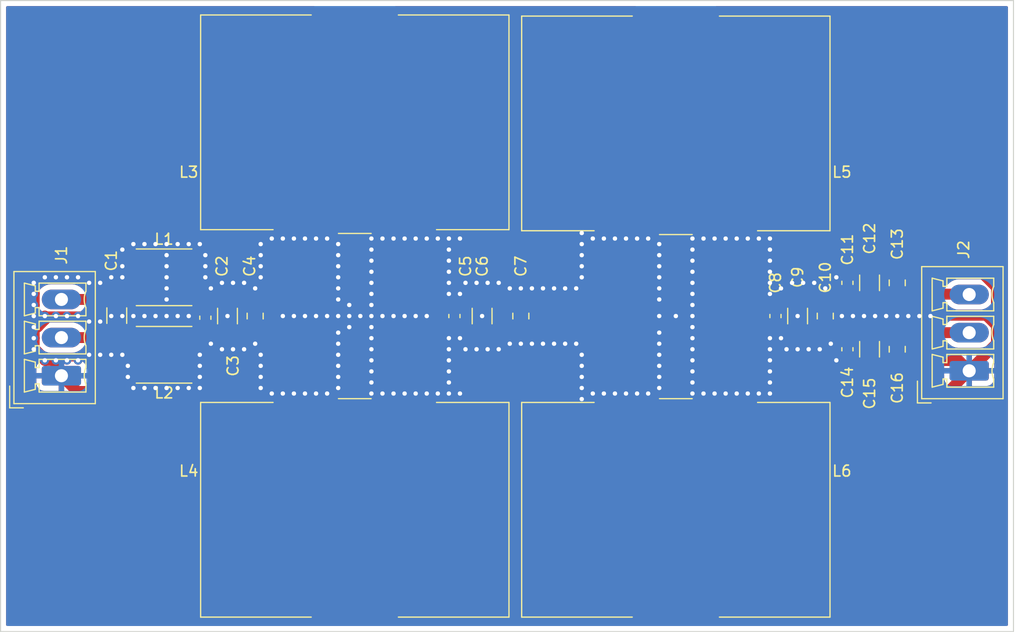
<source format=kicad_pcb>
(kicad_pcb (version 20221018) (generator pcbnew)
  (layers (0 "F.Cu" signal) (31 "B.Cu" signal) (34 "B.Paste" user) (35 "F.Paste" user) (36 "B.SilkS" user "B.Silkscreen") (37 "F.SilkS" user "F.Silkscreen") (38 "B.Mask" user) (39 "F.Mask" user) (44 "Edge.Cuts" user))
  (net 0 "")
  (net 1 "Vin+")
  (net 2 "Vin-")
  (net 3 "Net-(C2-Pad1)")
  (net 4 "Net-(C2-Pad2)")
  (net 5 "Net-(C5-Pad1)")
  (net 6 "Net-(C5-Pad2)")
  (net 7 "Vout+")
  (net 8 "Vout-")
  (net 9 "GND")
  (footprint "Inductor_SMD:L_Wuerth_HCF-2818" (layer "F.Cu") (at 131.572 119.888 180)
    (fp_text reference "L4")
    (fp_text value "L")
  )
  (footprint "Inductor_SMD:L_Wuerth_HCF-2818" (layer "F.Cu") (at 161.036 119.888 180)
    (fp_text reference "L6")
    (fp_text value "L")
  )
  (footprint "Capacitor_SMD:C_0805_2012Metric_Pad1.18x1.45mm_HandSolder" (layer "F.Cu") (at 181.356 105.156 -90)
    (fp_text reference "C16")
    (fp_text value "22u")
  )
  (footprint "Inductor_SMD:L_Taiyo-Yuden_MD-5050" (layer "F.Cu") (at 114.068 98.552)
    (fp_text reference "L1")
    (fp_text value "L_Ferrite")
  )
  (footprint "Capacitor_SMD:C_0805_2012Metric_Pad1.18x1.45mm_HandSolder" (layer "F.Cu") (at 122.428 102.108 -90)
    (fp_text reference "C4")
    (fp_text value "22u")
  )
  (footprint "Inductor_SMD:L_Wuerth_HCF-2818" (layer "F.Cu") (at 161.036 84.428)
    (fp_text reference "L5")
    (fp_text value "L")
  )
  (footprint "Capacitor_SMD:C_0603_1608Metric_Pad1.08x0.95mm_HandSolder" (layer "F.Cu") (at 176.784 105.156 -90)
    (fp_text reference "C14")
    (fp_text value "0.01u")
  )
  (footprint "Capacitor_SMD:C_0805_2012Metric_Pad1.18x1.45mm_HandSolder" (layer "F.Cu") (at 146.812 102.108 -90)
    (fp_text reference "C7")
    (fp_text value "22u")
  )
  (footprint "Capacitor_SMD:C_0603_1608Metric_Pad1.08x0.95mm_HandSolder" (layer "F.Cu") (at 170.18 102.108 -90)
    (fp_text reference "C8")
    (fp_text value "0.01u")
  )
  (footprint "Capacitor_SMD:C_1206_3216Metric_Pad1.33x1.80mm_HandSolder" (layer "F.Cu") (at 119.888 102.108 -90)
    (fp_text reference "C3")
    (fp_text value "1u")
  )
  (footprint "Connector_Phoenix_MC:PhoenixContact_MCV_1,5_3-G-3.5_1x03_P3.50mm_Vertical" (layer "F.Cu") (at 187.96 107.132 90)
    (fp_text reference "J2")
    (fp_text value "Conn_01x03_Socket")
  )
  (footprint "Capacitor_SMD:C_1206_3216Metric_Pad1.33x1.80mm_HandSolder" (layer "F.Cu") (at 143.256 102.108 -90)
    (fp_text reference "C6")
    (fp_text value "1u")
  )
  (footprint "Capacitor_SMD:C_1206_3216Metric_Pad1.33x1.80mm_HandSolder" (layer "F.Cu") (at 109.728 102.0695 -90)
    (fp_text reference "C1")
    (fp_text value "1u")
  )
  (footprint "Capacitor_SMD:C_1206_3216Metric_Pad1.33x1.80mm_HandSolder" (layer "F.Cu") (at 178.816 99.06 90)
    (fp_text reference "C12")
    (fp_text value "1u")
  )
  (footprint "Capacitor_SMD:C_1206_3216Metric_Pad1.33x1.80mm_HandSolder" (layer "F.Cu") (at 178.816 105.156 -90)
    (fp_text reference "C15")
    (fp_text value "1u")
  )
  (footprint "Inductor_SMD:L_Taiyo-Yuden_MD-5050" (layer "F.Cu") (at 114.068 105.664 180)
    (fp_text reference "L2")
    (fp_text value "L_Ferrite")
  )
  (footprint "Connector_Phoenix_MC:PhoenixContact_MCV_1,5_3-G-3.5_1x03_P3.50mm_Vertical" (layer "F.Cu") (at 104.648 107.584 90)
    (fp_text reference "J1")
    (fp_text value "Conn_01x03_Socket")
  )
  (footprint "Capacitor_SMD:C_0805_2012Metric_Pad1.18x1.45mm_HandSolder" (layer "F.Cu") (at 174.752 102.108 -90)
    (fp_text reference "C10")
    (fp_text value "22u")
  )
  (footprint "Capacitor_SMD:C_1206_3216Metric_Pad1.33x1.80mm_HandSolder" (layer "F.Cu") (at 172.212 102.108 -90)
    (fp_text reference "C9")
    (fp_text value "1u")
  )
  (footprint "Capacitor_SMD:C_0603_1608Metric_Pad1.08x0.95mm_HandSolder" (layer "F.Cu") (at 140.716 102.108 -90)
    (fp_text reference "C5")
    (fp_text value "0.01u")
  )
  (footprint "Capacitor_SMD:C_0603_1608Metric_Pad1.08x0.95mm_HandSolder" (layer "F.Cu") (at 176.784 99.06 90)
    (fp_text reference "C11")
    (fp_text value "0.01u")
  )
  (footprint "Capacitor_SMD:C_0603_1608Metric_Pad1.08x0.95mm_HandSolder" (layer "F.Cu") (at 117.856 102.2615 -90)
    (fp_text reference "C2")
    (fp_text value "0.01u")
  )
  (footprint "Capacitor_SMD:C_0805_2012Metric_Pad1.18x1.45mm_HandSolder" (layer "F.Cu") (at 181.356 99.06 90)
    (fp_text reference "C13")
    (fp_text value "22u")
  )
  (footprint "Inductor_SMD:L_Wuerth_HCF-2818" (layer "F.Cu") (at 131.572 84.328)
    (fp_text reference "L3")
    (fp_text value "L")
  )
  (gr_line (start 192.024 73.152) (end 99.06 73.152) (stroke (width 0.1)) (layer "Edge.Cuts"))
  (gr_line (start 99.06 131.064) (end 192.024 131.064) (stroke (width 0.1)) (layer "Edge.Cuts"))
  (gr_line (start 99.06 73.152) (end 99.06 131.064) (stroke (width 0.1)) (layer "Edge.Cuts"))
  (gr_line (start 192.024 131.064) (end 192.024 73.152) (stroke (width 0.1)) (layer "Edge.Cuts"))
  (segment (start 109.728 100.507) (end 110.313 100.507) (width 1) (layer "F.Cu") (net 1))
  (segment (start 110.313 100.507) (end 112.268 98.552) (width 1) (layer "F.Cu") (net 1))
  (segment (start 104.648 100.584) (end 109.651 100.584) (width 1) (layer "F.Cu") (net 1))
  (segment (start 109.651 100.584) (end 109.728 100.507) (width 1) (layer "F.Cu") (net 1))
  (segment (start 109.728 103.632) (end 110.236 103.632) (width 1) (layer "F.Cu") (net 2))
  (segment (start 109.276 104.084) (end 109.728 103.632) (width 1) (layer "F.Cu") (net 2))
  (segment (start 104.648 104.084) (end 109.276 104.084) (width 1) (layer "F.Cu") (net 2))
  (segment (start 110.236 103.632) (end 112.268 105.664) (width 1) (layer "F.Cu") (net 2))
  (segment (start 115.868 99.411) (end 117.856 101.399) (width 1) (layer "F.Cu") (net 3))
  (segment (start 124.1095 101.0705) (end 126.497 98.683) (width 1) (layer "F.Cu") (net 3))
  (segment (start 122.428 101.0705) (end 124.1095 101.0705) (width 1) (layer "F.Cu") (net 3))
  (segment (start 117.856 101.399) (end 119.0345 101.399) (width 1) (layer "F.Cu") (net 3))
  (segment (start 122.428 101.0705) (end 120.413 101.0705) (width 1) (layer "F.Cu") (net 3))
  (segment (start 115.868 98.552) (end 115.868 99.411) (width 1) (layer "F.Cu") (net 3))
  (segment (start 119.0345 101.399) (end 119.888 100.5455) (width 1) (layer "F.Cu") (net 3))
  (segment (start 120.413 101.0705) (end 119.888 100.5455) (width 1) (layer "F.Cu") (net 3))
  (segment (start 117.856 103.124) (end 119.3415 103.124) (width 1) (layer "F.Cu") (net 4))
  (segment (start 120.413 103.1455) (end 119.888 103.6705) (width 1) (layer "F.Cu") (net 4))
  (segment (start 119.3415 103.124) (end 119.888 103.6705) (width 1) (layer "F.Cu") (net 4))
  (segment (start 124.1095 103.1455) (end 126.497 105.533) (width 1) (layer "F.Cu") (net 4))
  (segment (start 115.868 105.112) (end 117.856 103.124) (width 1) (layer "F.Cu") (net 4))
  (segment (start 115.868 105.664) (end 115.868 105.112) (width 1) (layer "F.Cu") (net 4))
  (segment (start 122.428 103.1455) (end 120.413 103.1455) (width 1) (layer "F.Cu") (net 4))
  (segment (start 122.428 103.1455) (end 124.1095 103.1455) (width 1) (layer "F.Cu") (net 4))
  (segment (start 140.716 101.2455) (end 142.556 101.2455) (width 1) (layer "F.Cu") (net 5))
  (segment (start 153.6735 101.0705) (end 155.961 98.783) (width 1) (layer "F.Cu") (net 5))
  (segment (start 139.2095 101.2455) (end 136.647 98.683) (width 1) (layer "F.Cu") (net 5))
  (segment (start 146.812 101.0705) (end 143.781 101.0705) (width 1) (layer "F.Cu") (net 5))
  (segment (start 140.716 101.2455) (end 139.2095 101.2455) (width 1) (layer "F.Cu") (net 5))
  (segment (start 143.781 101.0705) (end 143.256 100.5455) (width 1) (layer "F.Cu") (net 5))
  (segment (start 142.556 101.2455) (end 143.256 100.5455) (width 1) (layer "F.Cu") (net 5))
  (segment (start 146.812 101.0705) (end 153.6735 101.0705) (width 1) (layer "F.Cu") (net 5))
  (segment (start 142.556 102.9705) (end 143.256 103.6705) (width 1) (layer "F.Cu") (net 6))
  (segment (start 143.781 103.1455) (end 143.256 103.6705) (width 1) (layer "F.Cu") (net 6))
  (segment (start 146.812 103.1455) (end 153.5735 103.1455) (width 1) (layer "F.Cu") (net 6))
  (segment (start 146.812 103.1455) (end 143.781 103.1455) (width 1) (layer "F.Cu") (net 6))
  (segment (start 140.716 102.9705) (end 139.2095 102.9705) (width 1) (layer "F.Cu") (net 6))
  (segment (start 153.5735 103.1455) (end 155.961 105.533) (width 1) (layer "F.Cu") (net 6))
  (segment (start 139.2095 102.9705) (end 136.647 105.533) (width 1) (layer "F.Cu") (net 6))
  (segment (start 140.716 102.9705) (end 142.556 102.9705) (width 1) (layer "F.Cu") (net 6))
  (segment (start 181.356 100.0975) (end 187.9255 100.0975) (width 1) (layer "F.Cu") (net 7))
  (segment (start 187.9255 100.0975) (end 187.96 100.132) (width 1) (layer "F.Cu") (net 7))
  (segment (start 174.752 101.0705) (end 175.636 101.0705) (width 1) (layer "F.Cu") (net 7))
  (segment (start 180.831 100.6225) (end 181.356 100.0975) (width 1) (layer "F.Cu") (net 7))
  (segment (start 178.816 100.6225) (end 177.484 100.6225) (width 1) (layer "F.Cu") (net 7))
  (segment (start 175.636 101.0705) (end 176.784 99.9225) (width 1) (layer "F.Cu") (net 7))
  (segment (start 177.484 100.6225) (end 176.784 99.9225) (width 1) (layer "F.Cu") (net 7))
  (segment (start 168.5735 101.2455) (end 166.111 98.783) (width 1) (layer "F.Cu") (net 7))
  (segment (start 171.512 101.2455) (end 172.212 100.5455) (width 1) (layer "F.Cu") (net 7))
  (segment (start 172.737 101.0705) (end 172.212 100.5455) (width 1) (layer "F.Cu") (net 7))
  (segment (start 174.752 101.0705) (end 172.737 101.0705) (width 1) (layer "F.Cu") (net 7))
  (segment (start 170.18 101.2455) (end 168.5735 101.2455) (width 1) (layer "F.Cu") (net 7))
  (segment (start 178.816 100.6225) (end 180.831 100.6225) (width 1) (layer "F.Cu") (net 7))
  (segment (start 170.18 101.2455) (end 171.512 101.2455) (width 1) (layer "F.Cu") (net 7))
  (segment (start 171.512 102.9705) (end 172.212 103.6705) (width 1) (layer "F.Cu") (net 8))
  (segment (start 174.752 103.1455) (end 172.737 103.1455) (width 1) (layer "F.Cu") (net 8))
  (segment (start 181.8425 103.632) (end 181.356 104.1185) (width 1) (layer "F.Cu") (net 8))
  (segment (start 172.737 103.1455) (end 172.212 103.6705) (width 1) (layer "F.Cu") (net 8))
  (segment (start 170.18 102.9705) (end 168.6735 102.9705) (width 1) (layer "F.Cu") (net 8))
  (segment (start 177.484 103.5935) (end 176.784 104.2935) (width 1) (layer "F.Cu") (net 8))
  (segment (start 174.752 103.1455) (end 175.636 103.1455) (width 1) (layer "F.Cu") (net 8))
  (segment (start 178.816 103.5935) (end 180.831 103.5935) (width 1) (layer "F.Cu") (net 8))
  (segment (start 170.18 102.9705) (end 171.512 102.9705) (width 1) (layer "F.Cu") (net 8))
  (segment (start 187.96 103.632) (end 181.8425 103.632) (width 1) (layer "F.Cu") (net 8))
  (segment (start 178.816 103.5935) (end 177.484 103.5935) (width 1) (layer "F.Cu") (net 8))
  (segment (start 180.831 103.5935) (end 181.356 104.1185) (width 1) (layer "F.Cu") (net 8))
  (segment (start 168.6735 102.9705) (end 166.111 105.533) (width 1) (layer "F.Cu") (net 8))
  (segment (start 175.636 103.1455) (end 176.784 104.2935) (width 1) (layer "F.Cu") (net 8))
  (segment (start 159.512 95.474) (end 159.512 95.504) (width 1) (layer "F.Cu") (net 9))
  (segment (start 112.268 95.504) (end 112.02 95.752) (width 1) (layer "F.Cu") (net 9))
  (segment (start 152.4 94.488) (end 153.1 95.188) (width 1) (layer "F.Cu") (net 9))
  (segment (start 128.016 94.996) (end 128.208 95.188) (width 1) (layer "F.Cu") (net 9))
  (segment (start 112.516 95.752) (end 112.268 95.504) (width 1) (layer "F.Cu") (net 9))
  (segment (start 127.824 95.188) (end 128.016 94.996) (width 1) (layer "F.Cu") (net 9))
  (segment (start 114.3 108.712) (end 114.3 102.108) (width 1) (layer "F.Cu") (net 9))
  (segment (start 102.108 101.092) (end 102.148 101.132) (width 1) (layer "F.Cu") (net 9))
  (segment (start 157.48 94.996) (end 157.672 95.188) (width 1) (layer "F.Cu") (net 9))
  (segment (start 181.356 98.0225) (end 189.013242 98.0225) (width 1) (layer "F.Cu") (net 9))
  (segment (start 152.716 109.028) (end 153.224 109.028) (width 1) (layer "F.Cu") (net 9))
  (segment (start 122.936 95.504) (end 123.252 95.188) (width 1) (layer "F.Cu") (net 9))
  (segment (start 190.46 102.969258) (end 189.522742 102.032) (width 1) (layer "F.Cu") (net 9))
  (segment (start 113.532 95.752) (end 113.284 95.504) (width 1) (layer "F.Cu") (net 9))
  (segment (start 103.236 106.172) (end 103.236 106.172) (width 1) (layer "F.Cu") (net 9))
  (segment (start 117.664 95.188) (end 122.62 95.188) (width 1) (layer "F.Cu") (net 9))
  (segment (start 152.4 108.712) (end 152.4 105.156) (width 1) (layer "F.Cu") (net 9))
  (segment (start 114.3 102.108) (end 114.3 100.584) (width 1) (layer "F.Cu") (net 9))
  (segment (start 155.256 109.028) (end 155.448 109.22) (width 1) (layer "F.Cu") (net 9))
  (segment (start 158.688 95.188) (end 159.226 95.188) (width 1) (layer "F.Cu") (net 9))
  (segment (start 156.272 95.188) (end 156.464 94.996) (width 1) (layer "F.Cu") (net 9))
  (segment (start 144.78 105.156) (end 141.732 105.156) (width 1) (layer "F.Cu") (net 9))
  (segment (start 153.224 109.028) (end 153.416 109.22) (width 1) (layer "F.Cu") (net 9))
  (segment (start 116.016 109.028) (end 116.332 108.712) (width 1) (layer "F.Cu") (net 9))
  (segment (start 105.156 102.108) (end 103.124 102.108) (width 0.2) (layer "F.Cu") (net 9))
  (segment (start 140.016 95.188) (end 140.208 94.996) (width 1) (layer "F.Cu") (net 9))
  (segment (start 132.08 102.108) (end 132.08 109.028) (width 1) (layer "F.Cu") (net 9))
  (segment (start 135.952 95.188) (end 136.144 94.996) (width 1) (layer "F.Cu") (net 9))
  (segment (start 111.5 95.752) (end 111.252 95.504) (width 1) (layer "F.Cu") (net 9))
  (segment (start 112.968 109.028) (end 113.284 108.712) (width 1) (layer "F.Cu") (net 9))
  (segment (start 181.356 106.1935) (end 187.0215 106.1935) (width 1) (layer "F.Cu") (net 9))
  (segment (start 121.412 105.156) (end 118.872 105.156) (width 1) (layer "F.Cu") (net 9))
  (segment (start 165.608 109.22) (end 166.624 109.22) (width 1) (layer "F.Cu") (net 9))
  (segment (start 171.196 99.06) (end 170.688 99.568) (width 0.2) (layer "F.Cu") (net 9))
  (segment (start 156.656 95.188) (end 157.288 95.188) (width 1) (layer "F.Cu") (net 9))
  (segment (start 115.632 95.188) (end 116.016 95.188) (width 1) (layer "F.Cu") (net 9))
  (segment (start 126.808 95.188) (end 127 94.996) (width 1) (layer "F.Cu") (net 9))
  (segment (start 128.016 109.22) (end 128.208 109.028) (width 1) (layer "F.Cu") (net 9))
  (segment (start 106.092 109.028) (end 106.68 109.028) (width 1) (layer "F.Cu") (net 9))
  (segment (start 161.544 109.22) (end 162.56 109.22) (width 1) (layer "F.Cu") (net 9))
  (segment (start 114.3 100.584) (end 114.3 99.568) (width 1) (layer "F.Cu") (net 9))
  (segment (start 153.416 109.22) (end 153.608 109.028) (width 1) (layer "F.Cu") (net 9))
  (segment (start 139.192 109.22) (end 139.384 109.028) (width 1) (layer "F.Cu") (net 9))
  (segment (start 140.016 109.028) (end 140.208 109.22) (width 1) (layer "F.Cu") (net 9))
  (segment (start 121.92 99.568) (end 121.412 99.06) (width 0.2) (layer "F.Cu") (net 9))
  (segment (start 102.108 105.044) (end 102.148 105.084) (width 1) (layer "F.Cu") (net 9))
  (segment (start 169.164 109.028) (end 169.48 109.028) (width 1) (layer "F.Cu") (net 9))
  (segment (start 102.148 103.421258) (end 102.108 103.461258) (width 1) (layer "F.Cu") (net 9))
  (segment (start 119.888 102.108) (end 119.7595 102.2365) (width 0.2) (layer "F.Cu") (net 9))
  (segment (start 122.936 105.156) (end 122.428 104.648) (width 1) (layer "F.Cu") (net 9))
  (segment (start 125.792 95.188) (end 125.984 94.996) (width 1) (layer "F.Cu") (net 9))
  (segment (start 169.988 108.204) (end 169.672 108.204) (width 1) (layer "F.Cu") (net 9))
  (segment (start 102.108 102.108) (end 102.148 102.148) (width 1) (layer "F.Cu") (net 9))
  (segment (start 131.064 96.52) (end 132.396 95.188) (width 1) (layer "F.Cu") (net 9))
  (segment (start 170.688 104.648) (end 171.196 105.156) (width 0.2) (layer "F.Cu") (net 9))
  (segment (start 123.76 109.028) (end 123.952 109.22) (width 1) (layer "F.Cu") (net 9))
  (segment (start 140.208 96.012) (end 141.032 95.188) (width 1) (layer "F.Cu") (net 9))
  (segment (start 170.18 100.076) (end 170.688 99.568) (width 0.2) (layer "F.Cu") (net 9))
  (segment (start 140.208 100.076) (end 140.208 94.996) (width 0.2) (layer "F.Cu") (net 9))
  (segment (start 135.952 109.028) (end 136.144 109.22) (width 1) (layer "F.Cu") (net 9))
  (segment (start 113.966 95.504) (end 114.3 95.504) (width 1) (layer "F.Cu") (net 9))
  (segment (start 128.84 109.028) (end 129.032 109.22) (width 1) (layer "F.Cu") (net 9))
  (segment (start 169.864 109.028) (end 186.064 109.028) (width 1) (layer "F.Cu") (net 9))
  (segment (start 186.064 109.028) (end 187.96 107.132) (width 1) (layer "F.Cu") (net 9))
  (segment (start 169.48 109.028) (end 169.672 109.22) (width 1) (layer "F.Cu") (net 9))
  (segment (start 117.856 99.06) (end 118.364 99.568) (width 0.2) (layer "F.Cu") (net 9))
  (segment (start 107.188 99.06) (end 102.616 99.06) (width 0.2) (layer "F.Cu") (net 9))
  (segment (start 125.984 109.22) (end 126.176 109.028) (width 1) (layer "F.Cu") (net 9))
  (segment (start 104.14 97.536) (end 104.14 98.552) (width 1) (layer "F.Cu") (net 9))
  (segment (start 141.032 109.028) (end 141.224 109.22) (width 1) (layer "F.Cu") (net 9))
  (segment (start 169.672 100.076) (end 170.18 100.076) (width 0.2) (layer "F.Cu") (net 9))
  (segment (start 141.732 99.568) (end 141.224 100.076) (width 0.2) (layer "F.Cu") (net 9))
  (segment (start 134.304 109.028) (end 134.936 109.028) (width 1) (layer "F.Cu") (net 9))
  (segment (start 140.4 109.028) (end 141.032 109.028) (width 1) (layer "F.Cu") (net 9))
  (segment (start 145.288 104.648) (end 144.78 105.156) (width 1) (layer "F.Cu") (net 9))
  (segment (start 109.22 102.108) (end 116.332 102.108) (width 1) (layer "F.Cu") (net 9))
  (segment (start 161.036 102.108) (end 159.512 102.108) (width 1) (layer "F.Cu") (net 9))
  (segment (start 141.732 99.06) (end 141.732 99.568) (width 0.2) (layer "F.Cu") (net 9))
  (segment (start 131.064 109.028) (end 132.08 109.028) (width 1) (layer "F.Cu") (net 9))
  (segment (start 151.7 95.188) (end 151.384 95.504) (width 1) (layer "F.Cu") (net 9))
  (segment (start 124.968 94.996) (end 125.16 95.188) (width 1) (layer "F.Cu") (net 9))
  (segment (start 110.236 96.012) (end 109.976 95.752) (width 1) (layer "F.Cu") (net 9))
  (segment (start 110.936 109.028) (end 111.252 108.712) (width 1) (layer "F.Cu") (net 9))
  (segment (start 106.248 102.184) (end 106.756 102.184) (width 1) (layer "F.Cu") (net 9))
  (segment (start 133.096 96.012) (end 133.096 94.996) (width 1) (layer "F.Cu") (net 9))
  (segment (start 114.3 109.028) (end 115 109.028) (width 1) (layer "F.Cu") (net 9))
  (segment (start 152.4 105.156) (end 151.892 104.648) (width 1) (layer "F.Cu") (net 9))
  (segment (start 158.496 109.22) (end 158.688 109.028) (width 1) (layer "F.Cu") (net 9))
  (segment (start 102.148 105.084) (end 102.148 104.18) (width 1) (layer "F.Cu") (net 9))
  (segment (start 106.68 105.664) (end 106.172 106.172) (width 0.2) (layer "F.Cu") (net 9))
  (segment (start 129.732 109.028) (end 130.048 108.712) (width 1) (layer "F.Cu") (net 9))
  (segment (start 136.144 94.996) (end 136.336 95.188) (width 1) (layer "F.Cu") (net 9))
  (segment (start 151.892 104.648) (end 145.288 104.648) (width 1) (layer "F.Cu") (net 9))
  (segment (start 102.530629 103.038629) (end 103.124 102.445258) (width 1) (layer "F.Cu") (net 9))
  (segment (start 156.656 109.028) (end 157.288 109.028) (width 1) (layer "F.Cu") (net 9))
  (segment (start 164.592 109.22) (end 165.608 109.22) (width 1) (layer "F.Cu") (net 9))
  (segment (start 139 95.188) (end 139.192 94.996) (width 1) (layer "F.Cu") (net 9))
  (segment (start 129.224 109.028) (end 129.732 109.028) (width 1) (layer "F.Cu") (net 9))
  (segment (start 134.936 95.188) (end 135.128 94.996) (width 1) (layer "F.Cu") (net 9))
  (segment (start 103.124 106.06) (end 102.22 105.156) (width 1) (layer "F.Cu") (net 9))
  (segment (start 109.22 98.552) (end 108.712 98.552) (width 0.2) (layer "F.Cu") (net 9))
  (segment (start 172.212 102.108) (end 162.56 102.108) (width 0.2) (layer "F.Cu") (net 9))
  (segment (start 127 109.22) (end 127.192 109.028) (width 1) (layer "F.Cu") (net 9))
  (segment (start 125.16 95.188) (end 125.792 95.188) (width 1) (layer "F.Cu") (net 9))
  (segment (start 154.24 109.028) (end 154.432 109.22) (width 1) (layer "F.Cu") (net 9))
  (segment (start 107.188 102.616) (end 108.204 102.616) (width 1) (layer "F.Cu") (net 9))
  (segment (start 173.8745 95.288) (end 169.672 94.996) (width 1) (layer "F.Cu") (net 9))
  (segment (start 111.952 109.028) (end 112.268 108.712) (width 1) (layer "F.Cu") (net 9))
  (segment (start 172.212 105.156) (end 171.196 105.156) (width 1) (layer "F.Cu") (net 9))
  (segment (start 137.352 95.188) (end 137.984 95.188) (width 1) (layer "F.Cu") (net 9))
  (segment (start 152.4 94.488) (end 152.4 94.488) (width 1) (layer "F.Cu") (net 9))
  (segment (start 159.196 109.028) (end 159.512 108.712) (width 1) (layer "F.Cu") (net 9))
  (segment (start 102.148 102.656) (end 102.530629 103.038629) (width 1) (layer "F.Cu") (net 9))
  (segment (start 108.712 102.108) (end 109.22 102.108) (width 1) (layer "F.Cu") (net 9))
  (segment (start 125.16 109.028) (end 125.792 109.028) (width 1) (layer "F.Cu") (net 9))
  (segment (start 112.268 108.712) (end 112.584 109.028) (width 1) (layer "F.Cu") (net 9))
  (segment (start 130.048 95.504) (end 130.048 96.52) (width 1) (layer "F.Cu") (net 9))
  (segment (start 123.444 94.996) (end 122.936 95.504) (width 1) (layer "F.Cu") (net 9))
  (segment (start 106.172 102.108) (end 105.156 102.108) (width 0.2) (layer "F.Cu") (net 9))
  (segment (start 179.341 98.0225) (end 178.816 97.4975) (width 1) (layer "F.Cu") (net 9))
  (segment (start 167.64 94.996) (end 166.624 94.996) (width 1) (layer "F.Cu") (net 9))
  (segment (start 169.672 94.996) (end 168.656 94.996) (width 1) (layer "F.Cu") (net 9))
  (segment (start 111.568 109.028) (end 111.952 109.028) (width 1) (layer "F.Cu") (net 9))
  (segment (start 110.744 106.68) (end 110.744 106.172) (width 0.2) (layer "F.Cu") (net 9))
  (segment (start 110.496 95.752) (end 110.236 96.012) (width 1) (layer "F.Cu") (net 9))
  (segment (start 138.176 102.108) (end 143.256 102.108) (width 0.2) (layer "F.Cu") (net 9))
  (segment (start 130.048 95.504) (end 130.048 95.504) (width 1) (layer "F.Cu") (net 9))
  (segment (start 136.336 95.188) (end 136.968 95.188) (width 1) (layer "F.Cu") (net 9))
  (segment (start 137.984 109.028) (end 138.176 109.22) (width 1) (layer "F.Cu") (net 9))
  (segment (start 170.688 104.14) (end 169.672 104.14) (width 0.2) (layer "F.Cu") (net 9))
  (segment (start 131.064 102.108) (end 131.064 103.124) (width 1) (layer "F.Cu") (net 9))
  (segment (start 133.92 109.028) (end 134.112 109.22) (width 1) (layer "F.Cu") (net 9))
  (segment (start 161.036 96.998) (end 161.036 97.028) (width 1) (layer "F.Cu") (net 9))
  (segment (start 133.096 94.996) (end 133.096 102.108) (width 1) (layer "F.Cu") (net 9))
  (segment (start 122.936 108.712) (end 123.252 109.028) (width 1) (layer "F.Cu") (net 9))
  (segment (start 125.792 109.028) (end 125.984 109.22) (width 1) (layer "F.Cu") (net 9))
  (segment (start 102.108 105.156) (end 102.108 105.044) (width 1) (layer "F.Cu") (net 9))
  (segment (start 162.56 109.22) (end 162.56 103.124) (width 1) (layer "F.Cu") (net 9))
  (segment (start 115.316 95.504) (end 115.632 95.188) (width 1) (layer "F.Cu") (net 9))
  (segment (start 164.592 94.996) (end 163.576 94.996) (width 1) (layer "F.Cu") (net 9))
  (segment (start 157.48 109.22) (end 157.672 109.028) (width 1) (layer "F.Cu") (net 9))
  (segment (start 134.112 94.996) (end 134.304 95.188) (width 1) (layer "F.Cu") (net 9))
  (segment (start 102.616 99.06) (end 102.108 99.06) (width 1) (layer "F.Cu") (net 9))
  (segment (start 114.3 98.552) (end 114.3 97.536) (width 1) (layer "F.Cu") (net 9))
  (segment (start 118.872 99.06) (end 118.364 99.568) (width 0.2) (layer "F.Cu") (net 9))
  (segment (start 158.304 95.188) (end 158.496 94.996) (width 1) (layer "F.Cu") (net 9))
  (segment (start 181.356 106.1935) (end 179.341 106.1935) (width 1) (layer "F.Cu") (net 9))
  (segment (start 137.16 94.996) (end 137.352 95.188) (width 1) (layer "F.Cu") (net 9))
  (segment (start 131.064 96.52) (end 131.064 96.52) (width 1) (layer "F.Cu") (net 9))
  (segment (start 109.22 98.552) (end 110.236 98.552) (width 0.2) (layer "F.Cu") (net 9))
  (segment (start 115.316 108.712) (end 115.632 109.028) (width 1) (layer "F.Cu") (net 9))
  (segment (start 154.624 95.188) (end 155.256 95.188) (width 1) (layer "F.Cu") (net 9))
  (segment (start 157.672 95.188) (end 158.304 95.188) (width 1) (layer "F.Cu") (net 9))
  (segment (start 162.56 96.012) (end 162.052 96.012) (width 1) (layer "F.Cu") (net 9))
  (segment (start 110.236 96.012) (end 110.236 98.552) (width 1) (layer "F.Cu") (net 9))
  (segment (start 129.032 109.22) (end 129.224 109.028) (width 1) (layer "F.Cu") (net 9))
  (segment (start 176.784 106.0185) (end 178.116 106.0185) (width 1) (layer "F.Cu") (net 9))
  (segment (start 113.718 95.752) (end 113.532 95.752) (width 1) (layer "F.Cu") (net 9))
  (segment (start 154.624 109.028) (end 155.256 109.028) (width 1) (layer "F.Cu") (net 9))
  (segment (start 169.672 108.52) (end 169.164 109.028) (width 1) (layer "F.Cu") (net 9))
  (segment (start 130.048 102.108) (end 130.048 95.504) (width 1) (layer "F.Cu") (net 9))
  (segment (start 104.14 107.076) (end 104.14 106.172) (width 1) (layer "F.Cu") (net 9))
  (segment (start 122.936 108.712) (end 122.936 105.156) (width 1) (layer "F.Cu") (net 9))
  (segment (start 127.824 109.028) (end 128.016 109.22) (width 1) (layer "F.Cu") (net 9))
  (segment (start 141.224 109.22) (end 141.416 109.028) (width 1) (layer "F.Cu") (net 9))
  (segment (start 156.272 109.028) (end 156.464 109.22) (width 1) (layer "F.Cu") (net 9))
  (segment (start 163.576 94.996) (end 162.56 94.996) (width 1) (layer "F.Cu") (net 9))
  (segment (start 124.144 109.028) (end 124.776 109.028) (width 1) (layer "F.Cu") (net 9))
  (segment (start 102.148 100.116) (end 102.148 101.052) (width 1) (layer "F.Cu") (net 9))
  (segment (start 151.892 99.568) (end 145.288 99.568) (width 1) (layer "F.Cu") (net 9))
  (segment (start 152.4 109.728) (end 152.4 108.712) (width 1) (layer "F.Cu") (net 9))
  (segment (start 131.064 103.124) (end 131.064 109.028) (width 1) (layer "F.Cu") (net 9))
  (segment (start 135.128 109.22) (end 135.32 109.028) (width 1) (layer "F.Cu") (net 9))
  (segment (start 131.064 96.52) (end 131.064 101.092) (width 1) (layer "F.Cu") (net 9))
  (segment (start 157.672 109.028) (end 158.304 109.028) (width 1) (layer "F.Cu") (net 9))
  (segment (start 104.648 107.584) (end 104.14 107.076) (width 1) (layer "F.Cu") (net 9))
  (segment (start 127.192 95.188) (end 127.824 95.188) (width 1) (layer "F.Cu") (net 9))
  (segment (start 114.3 96.52) (end 114.3 96.334) (width 1) (layer "F.Cu") (net 9))
  (segment (start 154.432 109.22) (end 154.624 109.028) (width 1) (layer "F.Cu") (net 9))
  (segment (start 117.032 95.188) (end 117.348 95.504) (width 1) (layer "F.Cu") (net 9))
  (segment (start 140.208 108.204) (end 140.4 109.028) (width 1) (layer "F.Cu") (net 9))
  (segment (start 168.656 94.996) (end 167.64 94.996) (width 1) (layer "F.Cu") (net 9))
  (segment (start 108.204 102.616) (end 108.712 102.108) (width 1) (layer "F.Cu") (net 9))
  (segment (start 102.148 104.18) (end 102.108 104.14) (width 1) (layer "F.Cu") (net 9))
  (segment (start 159.512 95.504) (end 159.542 95.504) (width 1) (layer "F.Cu") (net 9))
  (segment (start 124.968 109.22) (end 125.16 109.028) (width 1) (layer "F.Cu") (net 9))
  (segment (start 163.576 109.22) (end 162.56 109.22) (width 1) (layer "F.Cu") (net 9))
  (segment (start 137.984 95.188) (end 138.176 94.996) (width 1) (layer "F.Cu") (net 9))
  (segment (start 118.872 105.156) (end 118.364 104.648) (width 1) (layer "F.Cu") (net 9))
  (segment (start 133.288 95.188) (end 133.92 95.188) (width 1) (layer "F.Cu") (net 9))
  (segment (start 174.244 99.568) (end 173.736 99.06) (width 0.2) (layer "F.Cu") (net 9))
  (segment (start 171.704 99.06) (end 171.196 99.06) (width 0.2) (layer "F.Cu") (net 9))
  (segment (start 103.124 102.445258) (end 103.124 102.108) (width 1) (layer "F.Cu") (net 9))
  (segment (start 151.384 95.504) (end 152.4 95.504) (width 1) (layer "F.Cu") (net 9))
  (segment (start 131.064 101.092) (end 131.064 102.108) (width 1) (layer "F.Cu") (net 9))
  (segment (start 140.208 104.14) (end 140.208 109.22) (width 0.2) (layer "F.Cu") (net 9))
  (segment (start 117.348 95.504) (end 117.664 95.188) (width 1) (layer "F.Cu") (net 9))
  (segment (start 106.172 106.172) (end 104.14 106.172) (width 0.2) (layer "F.Cu") (net 9))
  (segment (start 113.284 108.712) (end 113.6 109.028) (width 1) (layer "F.Cu") (net 9))
  (segment (start 110.236 105.664) (end 106.68 105.664) (width 0.2) (layer "F.Cu") (net 9))
  (segment (start 140.4 95.188) (end 140.208 96.012) (width 1) (layer "F.Cu") (net 9))
  (segment (start 134.112 109.22) (end 134.304 109.028) (width 1) (layer "F.Cu") (net 9))
  (segment (start 123.952 109.22) (end 124.144 109.028) (width 1) (layer "F.Cu") (net 9))
  (segment (start 161.036 102.108) (end 162.56 102.108) (width 1) (layer "F.Cu") (net 9))
  (segment (start 159.828 109.028) (end 161.036 109.028) (width 1) (layer "F.Cu") (net 9))
  (segment (start 187.96 107.132) (end 190.46 104.632) (width 1) (layer "F.Cu") (net 9))
  (segment (start 166.624 94.996) (end 165.608 94.996) (width 1) (layer "F.Cu") (net 9))
  (segment (start 109.976 95.752) (end 105.924 95.752) (width 1) (layer "F.Cu") (net 9))
  (segment (start 121.92 104.648) (end 121.412 105.156) (width 1) (layer "F.Cu") (net 9))
  (segment (start 152.4 94.488) (end 152.4 99.06) (width 1) (layer "F.Cu") (net 9))
  (segment (start 139.192 94.996) (end 139.384 95.188) (width 1) (layer "F.Cu") (net 9))
  (segment (start 139.384 109.028) (end 140.016 109.028) (width 1) (layer "F.Cu") (net 9))
  (segment (start 126.176 109.028) (end 126.808 109.028) (width 1) (layer "F.Cu") (net 9))
  (segment (start 127.192 109.028) (end 127.824 109.028) (width 1) (layer "F.Cu") (net 9))
  (segment (start 178.116 98.1975) (end 178.816 97.4975) (width 1) (layer "F.Cu") (net 9))
  (segment (start 114.3 96.334) (end 113.718 95.752) (width 1) (layer "F.Cu") (net 9))
  (segment (start 113.718 95.752) (end 113.966 95.504) (width 1) (layer "F.Cu") (net 9))
  (segment (start 117.348 105.664) (end 117.348 108.712) (width 1) (layer "F.Cu") (net 9))
  (segment (start 123.252 95.188) (end 123.76 95.188) (width 1) (layer "F.Cu") (net 9))
  (segment (start 102.148 102.068) (end 102.108 102.108) (width 1) (layer "F.Cu") (net 9))
  (segment (start 102.22 105.156) (end 102.108 105.156) (width 1) (layer "F.Cu") (net 9))
  (segment (start 126.176 95.188) (end 126.808 95.188) (width 1) (layer "F.Cu") (net 9))
  (segment (start 135.32 109.028) (end 135.952 109.028) (width 1) (layer "F.Cu") (net 9))
  (segment (start 133.288 109.028) (end 133.92 109.028) (width 1) (layer "F.Cu") (net 9))
  (segment (start 118.364 104.648) (end 117.348 105.664) (width 1) (layer "F.Cu") (net 9))
  (segment (start 169.672 104.14) (end 169.672 109.22) (width 0.2) (layer "F.Cu") (net 9))
  (segment (start 153.224 95.188) (end 153.416 94.996) (width 1) (layer "F.Cu") (net 9))
  (segment (start 153.1 95.188) (end 153.224 95.188) (width 1) (layer "F.Cu") (net 9))
  (segment (start 129.224 95.188) (end 129.732 95.188) (width 1) (layer "F.Cu") (net 9))
  (segment (start 136.144 109.22) (end 136.336 109.028) (width 1) (layer "F.Cu") (net 9))
  (segment (start 166.624 109.22) (end 167.64 109.22) (width 1) (layer "F.Cu") (net 9))
  (segment (start 154.432 94.996) (end 154.624 95.188) (width 1) (layer "F.Cu") (net 9))
  (segment (start 169.672 109.22) (end 169.864 109.028) (width 1) (layer "F.Cu") (net 9))
  (segment (start 139.384 95.188) (end 140.016 95.188) (width 1) (layer "F.Cu") (net 9))
  (segment (start 138.176 94.996) (end 138.368 95.188) (width 1) (layer "F.Cu") (net 9))
  (segment (start 159.512 102.108) (end 159.512 95.504) (width 0.2) (layer "F.Cu") (net 9))
  (segment (start 123.252 109.028) (end 123.76 109.028) (width 1) (layer "F.Cu") (net 9))
  (segment (start 141.224 104.648) (end 141.732 105.156) (width 0.2) (layer "F.Cu") (net 9))
  (segment (start 167.64 109.22) (end 168.656 109.22) (width 1) (layer "F.Cu") (net 9))
  (segment (start 122.62 95.188) (end 122.936 95.504) (width 1) (layer "F.Cu") (net 9))
  (segment (start 104.14 98.552) (end 103.124 98.552) (width 1) (layer "F.Cu") (net 9))
  (segment (start 102.445258 103.124) (end 102.530629 103.038629) (width 1) (layer "F.Cu") (net 9))
  (segment (start 155.64 109.028) (end 156.272 109.028) (width 1) (layer "F.Cu") (net 9))
  (segment (start 112.02 95.752) (end 111.5 95.752) (width 1) (layer "F.Cu") (net 9))
  (segment (start 112.584 109.028) (end 112.968 109.028) (width 1) (layer "F.Cu") (net 9))
  (segment (start 181.356 98.0225) (end 179.341 98.0225) (width 1) (layer "F.Cu") (net 9))
  (segment (start 105.232 102.184) (end 106.096 102.184) (width 1) (layer "F.Cu") (net 9))
  (segment (start 159.512 108.712) (end 159.828 109.028) (width 1) (layer "F.Cu") (net 9))
  (segment (start 152.4 108.712) (end 152.716 109.028) (width 1) (layer "F.Cu") (net 9))
  (segment (start 114.282 95.188) (end 115 95.188) (width 1) (layer "F.Cu") (net 9))
  (segment (start 102.108 103.461258) (end 102.108 103.124) (width 1) (layer "F.Cu") (net 9))
  (segment (start 141.224 104.14) (end 141.224 104.648) (width 0.2) (layer "F.Cu") (net 9))
  (segment (start 141.224 104.14) (end 140.208 104.14) (width 0.2) (layer "F.Cu") (net 9))
  (segment (start 141.416 95.188) (end 151.7 95.188) (width 1) (layer "F.Cu") (net 9))
  (segment (start 130.048 102.108) (end 130.048 108.712) (width 1) (layer "F.Cu") (net 9))
  (segment (start 133.096 94.996) (end 133.288 95.188) (width 1) (layer "F.Cu") (net 9))
  (segment (start 138.176 109.22) (end 138.368 109.028) (width 1) (layer "F.Cu") (net 9))
  (segment (start 169.672 100.076) (end 169.672 94.996) (width 0.2) (layer "F.Cu") (net 9))
  (segment (start 103.385258 102.184) (end 104.064 102.184) (width 1) (layer "F.Cu") (net 9))
  (segment (start 102.148 104.1) (end 102.148 103.421258) (width 1) (layer "F.Cu") (net 9))
  (segment (start 110.744 106.172) (end 110.236 105.664) (width 0.2) (layer "F.Cu") (net 9))
  (segment (start 187.0215 106.1935) (end 187.96 107.132) (width 1) (layer "F.Cu") (net 9))
  (segment (start 117.032 109.028) (end 117.348 108.712) (width 1) (layer "F.Cu") (net 9))
  (segment (start 162.776 95.288) (end 162.56 95.504) (width 1) (layer "F.Cu") (net 9))
  (segment (start 122.936 99.06) (end 122.428 99.568) (width 0.2) (layer "F.Cu") (net 9))
  (segment (start 173.736 99.06) (end 171.704 99.06) (width 0.2) (layer "F.Cu") (net 9))
  (segment (start 117.856 96.52) (end 117.856 96.012) (width 0.2) (layer "F.Cu") (net 9))
  (segment (start 129.032 94.996) (end 123.444 94.996) (width 1) (layer "F.Cu") (net 9))
  (segment (start 127 94.996) (end 127.192 95.188) (width 1) (layer "F.Cu") (net 9))
  (segment (start 119.888 102.108) (end 124.968 102.108) (width 0.2) (layer "F.Cu") (net 9))
  (segment (start 126.808 109.028) (end 127 109.22) (width 1) (layer "F.Cu") (net 9))
  (segment (start 159.512 96.52) (end 160.558 96.52) (width 1) (layer "F.Cu") (net 9))
  (segment (start 102.108 104.14) (end 102.148 104.1) (width 1) (layer "F.Cu") (net 9))
  (segment (start 110.744 106.68) (end 110.744 108.204) (width 0.2) (layer "F.Cu") (net 9))
  (segment (start 132.396 95.188) (end 132.904 95.188) (width 1) (layer "F.Cu") (net 9))
  (segment (start 105.924 95.752) (end 104.14 97.536) (width 1) (layer "F.Cu") (net 9))
  (segment (start 114.3 109.028) (end 114.3 108.712) (width 1) (layer "F.Cu") (net 9))
  (segment (start 172.212 102.108) (end 184.404 102.108) (width 0.2) (layer "F.Cu") (net 9))
  (segment (start 161.036 109.028) (end 161.736 109.028) (width 1) (layer "F.Cu") (net 9))
  (segment (start 119.38 99.06) (end 118.872 99.06) (width 0.2) (layer "F.Cu") (net 9))
  (segment (start 135.128 94.996) (end 135.32 95.188) (width 1) (layer "F.Cu") (net 9))
  (segment (start 153.416 94.996) (end 153.608 95.188) (width 1) (layer "F.Cu") (net 9))
  (segment (start 152.4 95.504) (end 152.4 94.488) (width 1) (layer "F.Cu") (net 9))
  (segment (start 121.412 99.06) (end 119.38 99.06) (width 0.2) (layer "F.Cu") (net 9))
  (segment (start 115 109.028) (end 115.316 108.712) (width 1) (layer "F.Cu") (net 9))
  (segment (start 159.226 95.188) (end 159.512 95.474) (width 1) (layer "F.Cu") (net 9))
  (segment (start 124.144 95.188) (end 124.776 95.188) (width 1) (layer "F.Cu") (net 9))
  (segment (start 172.212 105.156) (end 172.1735 106.0185) (width 1) (layer "F.Cu") (net 9))
  (segment (start 111.004 95.752) (end 110.496 95.752) (width 1) (layer "F.Cu") (net 9))
  (segment (start 133.096 108.204) (end 133.096 102.108) (width 1) (layer "F.Cu") (net 9))
  (segment (start 130.048 108.712) (end 130.364 109.028) (width 1) (layer "F.Cu") (net 9))
  (segment (start 155.256 95.188) (end 155.448 94.996) (width 1) (layer "F.Cu") (net 9))
  (segment (start 162.56 108.204) (end 162.56 108.204) (width 1) (layer "F.Cu") (net 9))
  (segment (start 106.172 98.552) (end 104.14 98.552) (width 0.2) (layer "F.Cu") (net 9))
  (segment (start 135.32 95.188) (end 135.952 95.188) (width 1) (layer "F.Cu") (net 9))
  (segment (start 156.464 109.22) (end 156.656 109.028) (width 1) (layer "F.Cu") (net 9))
  (segment (start 116.016 95.188) (end 116.332 95.504) (width 1) (layer "F.Cu") (net 9))
  (segment (start 140.208 109.22) (end 140.208 108.204) (width 1) (layer "F.Cu") (net 9))
  (segment (start 155.64 95.188) (end 156.272 95.188) (width 1) (layer "F.Cu") (net 9))
  (segment (start 137.16 109.22) (end 137.352 109.028) (width 1) (layer "F.Cu") (net 9))
  (segment (start 122.428 99.568) (end 121.92 99.568) (width 0.2) (layer "F.Cu") (net 9))
  (segment (start 189.522742 102.032) (end 184.48 102.032) (width 1) (layer "F.Cu") (net 9))
  (segment (start 107.188 99.06) (end 106.68 99.06) (width 0.2) (layer "F.Cu") (net 9))
  (segment (start 136.336 109.028) (end 136.968 109.028) (width 1) (layer "F.Cu") (net 9))
  (segment (start 102.108 103.124) (end 102.445258 103.124) (width 1) (layer "F.Cu") (net 9))
  (segment (start 142.172 99.06) (end 141.224 100.008) (width 1) (layer "F.Cu") (net 9))
  (segment (start 132.08 109.028) (end 132.904 109.028) (width 1) (layer "F.Cu") (net 9))
  (segment (start 116.648 95.188) (end 117.032 95.188) (width 1) (layer "F.Cu") (net 9))
  (segment (start 116.332 95.504) (end 116.648 95.188) (width 1) (layer "F.Cu") (net 9))
  (segment (start 122.936 98.552) (end 122.936 99.06) (width 0.2) (layer "F.Cu") (net 9))
  (segment (start 103.124 102.108) (end 102.108 102.108) (width 0.2) (layer "F.Cu") (net 9))
  (segment (start 136.968 109.028) (end 137.16 109.22) (width 1) (layer "F.Cu") (net 9))
  (segment (start 117.664 109.028) (end 122.62 109.028) (width 1) (layer "F.Cu") (net 9))
  (segment (start 175.768 98.552) (end 176.4295 98.552) (width 0.2) (layer "F.Cu") (net 9))
  (segment (start 162.56 95.504) (end 162.56 96.012) (width 1) (layer "F.Cu") (net 9))
  (segment (start 129.732 95.188) (end 130.048 95.504) (width 1) (layer "F.Cu") (net 9))
  (segment (start 165.608 94.996) (end 164.592 94.996) (width 1) (layer "F.Cu") (net 9))
  (segment (start 176.784 98.1975) (end 173.8745 95.288) (width 1) (layer "F.Cu") (net 9))
  (segment (start 103.124 98.552) (end 102.616 99.06) (width 1) (layer "F.Cu") (net 9))
  (segment (start 114.3 95.504) (end 114.3 95.17) (width 1) (layer "F.Cu") (net 9))
  (segment (start 138.368 109.028) (end 139 109.028) (width 1) (layer "F.Cu") (net 9))
  (segment (start 169.672 108.204) (end 169.672 108.52) (width 1) (layer "F.Cu") (net 9))
  (segment (start 122.936 98.552) (end 122.936 95.504) (width 0.2) (layer "F.Cu") (net 9))
  (segment (start 117.856 96.012) (end 117.348 95.504) (width 0.2) (layer "F.Cu") (net 9))
  (segment (start 155.448 109.22) (end 155.64 109.028) (width 1) (layer "F.Cu") (net 9))
  (segment (start 162.56 94.996) (end 162.776 95.288) (width 1) (layer "F.Cu") (net 9))
  (segment (start 124.968 102.108) (end 125.984 102.108) (width 0.2) (layer "F.Cu") (net 9))
  (segment (start 134.304 95.188) (end 134.936 95.188) (width 1) (layer "F.Cu") (net 9))
  (segment (start 174.244 105.156) (end 173.228 105.156) (width 1) (layer "F.Cu") (net 9))
  (segment (start 106.68 99.06) (end 106.172 98.552) (width 0.2) (layer "F.Cu") (net 9))
  (segment (start 106.756 102.184) (end 107.188 102.616) (width 1) (layer "F.Cu") (net 9))
  (segment (start 124.776 95.188) (end 124.968 94.996) (width 1) (layer "F.Cu") (net 9))
  (segment (start 155.448 94.996) (end 155.64 95.188) (width 1) (layer "F.Cu") (net 9))
  (segment (start 176.784 98.1975) (end 178.116 98.1975) (width 1) (layer "F.Cu") (net 9))
  (segment (start 106.68 109.028) (end 110.936 109.028) (width 1) (layer "F.Cu") (net 9))
  (segment (start 163.576 109.22) (end 164.592 109.22) (width 1) (layer "F.Cu") (net 9))
  (segment (start 190.46 104.632) (end 190.46 102.969258) (width 1) (layer "F.Cu") (net 9))
  (segment (start 141.224 94.996) (end 141.416 95.188) (width 1) (layer "F.Cu") (net 9))
  (segment (start 102.616 99.06) (end 102.148 99.528) (width 0.2) (layer "F.Cu") (net 9))
  (segment (start 144.78 99.06) (end 142.172 99.06) (width 1) (layer "F.Cu") (net 9))
  (segment (start 130.048 102.108) (end 133.096 102.108) (width 1) (layer "F.Cu") (net 9))
  (segment (start 110.744 108.204) (end 111.252 108.712) (width 0.2) (layer "F.Cu") (net 9))
  (segment (start 137.352 109.028) (end 137.984 109.028) (width 1) (layer "F.Cu") (net 9))
  (segment (start 128.208 95.188) (end 128.84 95.188) (width 1) (layer "F.Cu") (net 9))
  (segment (start 102.148 100.036) (end 102.108 100.076) (width 1) (layer "F.Cu") (net 9))
  (segment (start 133.92 95.188) (end 134.112 94.996) (width 1) (layer "F.Cu") (net 9))
  (segment (start 116.4605 102.2365) (end 116.332 102.108) (width 0.2) (layer "F.Cu") (net 9))
  (segment (start 139 109.028) (end 139.192 109.22) (width 1) (layer "F.Cu") (net 9))
  (segment (start 119.7595 102.2365) (end 116.4605 102.2365) (width 0.2) (layer "F.Cu") (net 9))
  (segment (start 173.228 105.156) (end 172.212 105.156) (width 1) (layer "F.Cu") (net 9))
  (segment (start 125.984 102.108) (end 138.176 102.108) (width 0.2) (layer "F.Cu") (net 9))
  (segment (start 179.341 106.1935) (end 178.816 106.7185) (width 1) (layer "F.Cu") (net 9))
  (segment (start 124.776 109.028) (end 124.968 109.22) (width 1) (layer "F.Cu") (net 9))
  (segment (start 158.688 109.028) (end 159.196 109.028) (width 1) (layer "F.Cu") (net 9))
  (segment (start 102.108 99.568) (end 102.148 99.528) (width 1) (layer "F.Cu") (net 9))
  (segment (start 102.108 100.076) (end 102.148 100.116) (width 1) (layer "F.Cu") (net 9))
  (segment (start 114.3 97.536) (end 114.3 96.52) (width 1) (layer "F.Cu") (net 9))
  (segment (start 175.768 98.552) (end 174.752 99.568) (width 0.2) (layer "F.Cu") (net 9))
  (segment (start 160.558 96.52) (end 161.036 96.998) (width 1) (layer "F.Cu") (net 9))
  (segment (start 162.56 109.22) (end 162.56 108.204) (width 1) (layer "F.Cu") (net 9))
  (segment (start 152.084 109.028) (end 152.4 109.728) (width 1) (layer "F.Cu") (net 9))
  (segment (start 156.464 94.996) (end 156.656 95.188) (width 1) (layer "F.Cu") (net 9))
  (segment (start 132.904 109.028) (end 133.096 108.204) (width 1) (layer "F.Cu") (net 9))
  (segment (start 123.952 94.996) (end 124.144 95.188) (width 1) (layer "F.Cu") (net 9))
  (segment (start 162.56 94.996) (end 162.56 102.108) (width 1) (layer "F.Cu") (net 9))
  (segment (start 102.148 101.132) (end 102.148 102.068) (width 1) (layer "F.Cu") (net 9))
  (segment (start 102.108 99.06) (end 102.108 99.568) (width 1) (layer "F.Cu") (net 9))
  (segment (start 168.656 109.22) (end 169.164 109.028) (width 1) (layer "F.Cu") (net 9))
  (segment (start 133.096 109.22) (end 133.288 109.028) (width 1) (layer "F.Cu") (net 9))
  (segment (start 117.856 96.52) (end 117.856 99.06) (width 0.2) (layer "F.Cu") (net 9))
  (segment (start 108.712 98.552) (end 108.204 99.06) (width 0.2) (layer "F.Cu") (net 9))
  (segment (start 108.204 99.06) (end 107.188 99.06) (width 0.2) (layer "F.Cu") (net 9))
  (segment (start 175.768 106.172) (end 175.26 104.648) (width 1) (layer "F.Cu") (net 9))
  (segment (start 176.784 106.0185) (end 175.768 106.172) (width 1) (layer "F.Cu") (net 9))
  (segment (start 136.968 95.188) (end 137.16 94.996) (width 1) (layer "F.Cu") (net 9))
  (segment (start 141.416 109.028) (end 152.084 109.028) (width 1) (layer "F.Cu") (net 9))
  (segment (start 128.208 109.028) (end 128.84 109.028) (width 1) (layer "F.Cu") (net 9))
  (segment (start 190.46 99.469258) (end 190.46 102.969258) (width 1) (layer "F.Cu") (net 9))
  (segment (start 189.013242 98.0225) (end 190.46 99.469258) (width 1) (layer "F.Cu") (net 9))
  (segment (start 153.608 95.188) (end 154.24 95.188) (width 1) (layer "F.Cu") (net 9))
  (segment (start 132.904 95.188) (end 133.096 96.012) (width 1) (layer "F.Cu") (net 9))
  (segment (start 111.252 95.504) (end 111.004 95.752) (width 1) (layer "F.Cu") (net 9))
  (segment (start 130.364 109.028) (end 131.064 109.028) (width 1) (layer "F.Cu") (net 9))
  (segment (start 170.688 104.14) (end 170.688 104.648) (width 0.2) (layer "F.Cu") (net 9))
  (segment (start 129.032 94.996) (end 129.224 95.188) (width 1) (layer "F.Cu") (net 9))
  (segment (start 102.148 102.148) (end 102.148 102.656) (width 1) (layer "F.Cu") (net 9))
  (segment (start 125.984 94.996) (end 126.176 95.188) (width 1) (layer "F.Cu") (net 9))
  (segment (start 116.332 108.712) (end 116.648 109.028) (width 1) (layer "F.Cu") (net 9))
  (segment (start 113.036 95.752) (end 112.516 95.752) (width 1) (layer "F.Cu") (net 9))
  (segment (start 159.512 102.108) (end 159.512 108.712) (width 0.2) (layer "F.Cu") (net 9))
  (segment (start 114.3 95.17) (end 114.282 95.188) (width 1) (layer "F.Cu") (net 9))
  (segment (start 174.752 99.568) (end 174.244 99.568) (width 0.2) (layer "F.Cu") (net 9))
  (segment (start 158.304 109.028) (end 158.496 109.22) (width 1) (layer "F.Cu") (net 9))
  (segment (start 175.26 104.648) (end 174.244 105.156) (width 1) (layer "F.Cu") (net 9))
  (segment (start 178.116 106.0185) (end 178.816 106.7185) (width 1) (layer "F.Cu") (net 9))
  (segment (start 111.252 108.712) (end 111.568 109.028) (width 1) (layer "F.Cu") (net 9))
  (segment (start 130.048 96.52) (end 131.064 96.52) (width 1) (layer "F.Cu") (net 9))
  (segment (start 161.036 97.028) (end 161.036 102.108) (width 1) (layer "F.Cu") (net 9))
  (segment (start 176.4295 98.552) (end 176.784 98.1975) (width 0.2) (layer "F.Cu") (net 9))
  (segment (start 114.3 99.568) (end 114.3 98.552) (width 1) (layer "F.Cu") (net 9))
  (segment (start 115 95.188) (end 115.316 95.504) (width 1) (layer "F.Cu") (net 9))
  (segment (start 141.224 100.076) (end 140.208 100.076) (width 0.2) (layer "F.Cu") (net 9))
  (segment (start 157.288 109.028) (end 157.48 109.22) (width 1) (layer "F.Cu") (net 9))
  (segment (start 158.496 94.996) (end 158.688 95.188) (width 1) (layer "F.Cu") (net 9))
  (segment (start 138.368 95.188) (end 139 95.188) (width 1) (layer "F.Cu") (net 9))
  (segment (start 161.036 102.108) (end 161.036 109.028) (width 1) (layer "F.Cu") (net 9))
  (segment (start 143.256 102.108) (end 159.512 102.108) (width 0.2) (layer "F.Cu") (net 9))
  (segment (start 122.62 109.028) (end 122.936 108.712) (width 1) (layer "F.Cu") (net 9))
  (segment (start 115.632 109.028) (end 116.016 109.028) (width 1) (layer "F.Cu") (net 9))
  (segment (start 103.124 106.172) (end 103.124 106.06) (width 1) (layer "F.Cu") (net 9))
  (segment (start 140.208 94.996) (end 140.4 95.188) (width 1) (layer "F.Cu") (net 9))
  (segment (start 113.284 95.504) (end 113.036 95.752) (width 1) (layer "F.Cu") (net 9))
  (segment (start 104.14 106.172) (end 103.236 106.172) (width 1) (layer "F.Cu") (net 9))
  (segment (start 161.736 109.028) (end 161.544 109.22) (width 1) (layer "F.Cu") (net 9))
  (segment (start 152.4 99.06) (end 151.892 99.568) (width 1) (layer "F.Cu") (net 9))
  (segment (start 172.1735 106.0185) (end 169.988 108.204) (width 1) (layer "F.Cu") (net 9))
  (segment (start 145.288 99.568) (end 144.78 99.06) (width 1) (layer "F.Cu") (net 9))
  (segment (start 162.052 96.012) (end 161.036 97.028) (width 1) (layer "F.Cu") (net 9))
  (segment (start 104.648 107.584) (end 106.092 109.028) (width 1) (layer "F.Cu") (net 9))
  (segment (start 122.428 104.648) (end 121.92 104.648) (width 1) (layer "F.Cu") (net 9))
  (segment (start 141.032 95.188) (end 141.224 94.996) (width 1) (layer "F.Cu") (net 9))
  (segment (start 103.236 106.172) (end 103.124 106.172) (width 1) (layer "F.Cu") (net 9))
  (segment (start 133.096 108.204) (end 133.096 109.22) (width 1) (layer "F.Cu") (net 9))
  (segment (start 184.48 102.032) (end 184.404 102.108) (width 1) (layer "F.Cu") (net 9))
  (segment (start 157.288 95.188) (end 157.48 94.996) (width 1) (layer "F.Cu") (net 9))
  (segment (start 102.148 99.528) (end 102.148 100.036) (width 1) (layer "F.Cu") (net 9))
  (segment (start 123.76 95.188) (end 123.952 94.996) (width 1) (layer "F.Cu") (net 9))
  (segment (start 113.6 109.028) (end 114.3 109.028) (width 1) (layer "F.Cu") (net 9))
  (segment (start 104.216 102.184) (end 105.08 102.184) (width 1) (layer "F.Cu") (net 9))
  (segment (start 134.936 109.028) (end 135.128 109.22) (width 1) (layer "F.Cu") (net 9))
  (segment (start 159.542 95.504) (end 159.512 95.474) (width 1) (layer "F.Cu") (net 9))
  (segment (start 159.512 95.474) (end 159.512 96.52) (width 1) (layer "F.Cu") (net 9))
  (segment (start 153.608 109.028) (end 154.24 109.028) (width 1) (layer "F.Cu") (net 9))
  (segment (start 116.648 109.028) (end 117.032 109.028) (width 1) (layer "F.Cu") (net 9))
  (segment (start 117.348 108.712) (end 117.664 109.028) (width 1) (layer "F.Cu") (net 9))
  (segment (start 102.148 101.052) (end 102.108 101.092) (width 1) (layer "F.Cu") (net 9))
  (segment (start 128.84 95.188) (end 129.032 94.996) (width 1) (layer "F.Cu") (net 9))
  (segment (start 154.24 95.188) (end 154.432 94.996) (width 1) (layer "F.Cu") (net 9))
  (via (at 139.192 109.22) (size 0.8) (drill 0.4) (layers "F.Cu" "B.Cu") (net 9))
  (via (at 179.324 102.108) (size 0.8) (drill 0.4) (layers "F.Cu" "B.Cu") (net 9))
  (via (at 149.86 104.648) (size 0.8) (drill 0.4) (layers "F.Cu" "B.Cu") (net 9))
  (via (at 136.144 94.996) (size 0.8) (drill 0.4) (layers "F.Cu" "B.Cu") (net 9))
  (via (at 133.096 106.172) (size 0.8) (drill 0.4) (layers "F.Cu" "B.Cu") (net 9))
  (via (at 117.348 107.696) (size 0.8) (drill 0.4) (layers "F.Cu" "B.Cu") (net 9))
  (via (at 155.448 94.996) (size 0.8) (drill 0.4) (layers "F.Cu" "B.Cu") (net 9))
  (via (at 152.4 96.52) (size 0.8) (drill 0.4) (layers "F.Cu" "B.Cu") (net 9))
  (via (at 133.096 96.012) (size 0.8) (drill 0.4) (layers "F.Cu" "B.Cu") (net 9))
  (via (at 114.3 98.552) (size 0.8) (drill 0.4) (layers "F.Cu" "B.Cu") (net 9))
  (via (at 108.204 99.06) (size 0.8) (drill 0.4) (layers "F.Cu" "B.Cu") (net 9))
  (via (at 133.096 104.14) (size 0.8) (drill 0.4) (layers "F.Cu" "B.Cu") (net 9))
  (via (at 138.176 109.22) (size 0.8) (drill 0.4) (layers "F.Cu" "B.Cu") (net 9))
  (via (at 107.188 102.616) (size 0.8) (drill 0.4) (layers "F.Cu" "B.Cu") (net 9))
  (via (at 112.268 108.712) (size 0.8) (drill 0.4) (layers "F.Cu" "B.Cu") (net 9))
  (via (at 122.936 98.552) (size 0.8) (drill 0.4) (layers "F.Cu" "B.Cu") (net 9))
  (via (at 130.048 95.504) (size 0.8) (drill 0.4) (layers "F.Cu" "B.Cu") (net 9))
  (via (at 169.672 99.06) (size 0.8) (drill 0.4) (layers "F.Cu" "B.Cu") (net 9))
  (via (at 153.416 109.22) (size 0.8) (drill 0.4) (layers "F.Cu" "B.Cu") (net 9))
  (via (at 152.4 94.488) (size 0.8) (drill 0.4) (layers "F.Cu" "B.Cu") (net 9))
  (via (at 155.448 109.22) (size 0.8) (drill 0.4) (layers "F.Cu" "B.Cu") (net 9))
  (via (at 113.284 102.108) (size 0.8) (drill 0.4) (layers "F.Cu" "B.Cu") (net 9))
  (via (at 112.268 95.504) (size 0.8) (drill 0.4) (layers "F.Cu" "B.Cu") (net 9))
  (via (at 122.936 106.68) (size 0.8) (drill 0.4) (layers "F.Cu" "B.Cu") (net 9))
  (via (at 133.096 101.092) (size 0.8) (drill 0.4) (layers "F.Cu" "B.Cu") (net 9))
  (via (at 114.3 97.536) (size 0.8) (drill 0.4) (layers "F.Cu" "B.Cu") (net 9))
  (via (at 169.672 108.204) (size 0.8) (drill 0.4) (layers "F.Cu" "B.Cu") (net 9))
  (via (at 162.56 102.108) (size 0.8) (drill 0.4) (layers "F.Cu" "B.Cu") (net 9))
  (via (at 125.984 94.996) (size 0.8) (drill 0.4) (layers "F.Cu" "B.Cu") (net 9))
  (via (at 122.936 97.536) (size 0.8) (drill 0.4) (layers "F.Cu" "B.Cu") (net 9))
  (via (at 124.968 94.996) (size 0.8) (drill 0.4) (layers "F.Cu" "B.Cu") (net 9))
  (via (at 166.624 94.996) (size 0.8) (drill 0.4) (layers "F.Cu" "B.Cu") (net 9))
  (via (at 103.124 106.172) (size 0.8) (drill 0.4) (layers "F.Cu" "B.Cu") (net 9))
  (via (at 114.3 99.568) (size 0.8) (drill 0.4) (layers "F.Cu" "B.Cu") (net 9))
  (via (at 130.048 100.584) (size 0.8) (drill 0.4) (layers "F.Cu" "B.Cu") (net 9))
  (via (at 154.432 94.996) (size 0.8) (drill 0.4) (layers "F.Cu" "B.Cu") (net 9))
  (via (at 162.56 100.076) (size 0.8) (drill 0.4) (layers "F.Cu" "B.Cu") (net 9))
  (via (at 130.048 97.536) (size 0.8) (drill 0.4) (layers "F.Cu" "B.Cu") (net 9))
  (via (at 136.144 109.22) (size 0.8) (drill 0.4) (layers "F.Cu" "B.Cu") (net 9))
  (via (at 106.172 102.108) (size 0.8) (drill 0.4) (layers "F.Cu" "B.Cu") (net 9))
  (via (at 176.276 102.108) (size 0.8) (drill 0.4) (layers "F.Cu" "B.Cu") (net 9))
  (via (at 140.208 100.076) (size 0.8) (drill 0.4) (layers "F.Cu" "B.Cu") (net 9))
  (via (at 106.172 106.172) (size 0.8) (drill 0.4) (layers "F.Cu" "B.Cu") (net 9))
  (via (at 141.224 104.14) (size 0.8) (drill 0.4) (layers "F.Cu" "B.Cu") (net 9))
  (via (at 135.128 94.996) (size 0.8) (drill 0.4) (layers "F.Cu" "B.Cu") (net 9))
  (via (at 137.16 102.108) (size 0.8) (drill 0.4) (layers "F.Cu" "B.Cu") (net 9))
  (via (at 106.172 98.552) (size 0.8) (drill 0.4) (layers "F.Cu" "B.Cu") (net 9))
  (via (at 112.268 102.108) (size 0.8) (drill 0.4) (layers "F.Cu" "B.Cu") (net 9))
  (via (at 131.064 103.124) (size 0.8) (drill 0.4) (layers "F.Cu" "B.Cu") (net 9))
  (via (at 165.608 94.996) (size 0.8) (drill 0.4) (layers "F.Cu" "B.Cu") (net 9))
  (via (at 146.812 104.648) (size 0.8) (drill 0.4) (layers "F.Cu" "B.Cu") (net 9))
  (via (at 110.236 98.552) (size 0.8) (drill 0.4) (layers "F.Cu" "B.Cu") (net 9))
  (via (at 169.672 96.012) (size 0.8) (drill 0.4) (layers "F.Cu" "B.Cu") (net 9))
  (via (at 169.672 106.172) (size 0.8) (drill 0.4) (layers "F.Cu" "B.Cu") (net 9))
  (via (at 153.416 94.996) (size 0.8) (drill 0.4) (layers "F.Cu" "B.Cu") (net 9))
  (via (at 124.968 109.22) (size 0.8) (drill 0.4) (layers "F.Cu" "B.Cu") (net 9))
  (via (at 162.56 94.996) (size 0.8) (drill 0.4) (layers "F.Cu" "B.Cu") (net 9))
  (via (at 140.208 94.996) (size 0.8) (drill 0.4) (layers "F.Cu" "B.Cu") (net 9))
  (via (at 175.768 98.552) (size 0.8) (drill 0.4) (layers "F.Cu" "B.Cu") (net 9))
  (via (at 116.332 102.108) (size 0.8) (drill 0.4) (layers "F.Cu" "B.Cu") (net 9))
  (via (at 116.332 95.504) (size 0.8) (drill 0.4) (layers "F.Cu" "B.Cu") (net 9))
  (via (at 145.796 104.648) (size 0.8) (drill 0.4) (layers "F.Cu" "B.Cu") (net 9))
  (via (at 134.112 94.996) (size 0.8) (drill 0.4) (layers "F.Cu" "B.Cu") (net 9))
  (via (at 175.768 106.172) (size 0.8) (drill 0.4) (layers "F.Cu" "B.Cu") (net 9))
  (via (at 133.096 98.044) (size 0.8) (drill 0.4) (layers "F.Cu" "B.Cu") (net 9))
  (via (at 133.096 102.108) (size 0.8) (drill 0.4) (layers "F.Cu" "B.Cu") (net 9))
  (via (at 125.984 102.108) (size 0.8) (drill 0.4) (layers "F.Cu" "B.Cu") (net 9))
  (via (at 158.496 94.996) (size 0.8) (drill 0.4) (layers "F.Cu" "B.Cu") (net 9))
  (via (at 115.316 108.712) (size 0.8) (drill 0.4) (layers "F.Cu" "B.Cu") (net 9))
  (via (at 156.464 109.22) (size 0.8) (drill 0.4) (layers "F.Cu" "B.Cu") (net 9))
  (via (at 169.672 98.044) (size 0.8) (drill 0.4) (layers "F.Cu" "B.Cu") (net 9))
  (via (at 159.512 107.696) (size 0.8) (drill 0.4) (layers "F.Cu" "B.Cu") (net 9))
  (via (at 133.096 97.028) (size 0.8) (drill 0.4) (layers "F.Cu" "B.Cu") (net 9))
  (via (at 108.204 102.616) (size 0.8) (drill 0.4) (layers "F.Cu" "B.Cu") (net 9))
  (via (at 140.208 109.22) (size 0.8) (drill 0.4) (layers "F.Cu" "B.Cu") (net 9))
  (via (at 169.672 97.028) (size 0.8) (drill 0.4) (layers "F.Cu" "B.Cu") (net 9))
  (via (at 142.748 99.06) (size 0.8) (drill 0.4) (layers "F.Cu" "B.Cu") (net 9))
  (via (at 135.128 102.108) (size 0.8) (drill 0.4) (layers "F.Cu" "B.Cu") (net 9))
  (via (at 148.844 99.568) (size 0.8) (drill 0.4) (layers "F.Cu" "B.Cu") (net 9))
  (via (at 137.16 94.996) (size 0.8) (drill 0.4) (layers "F.Cu" "B.Cu") (net 9))
  (via (at 163.576 109.22) (size 0.8) (drill 0.4) (layers "F.Cu" "B.Cu") (net 9))
  (via (at 169.672 109.22) (size 0.8) (drill 0.4) (layers "F.Cu" "B.Cu") (net 9))
  (via (at 171.704 99.06) (size 0.8) (drill 0.4) (layers "F.Cu" "B.Cu") (net 9))
  (via (at 159.512 100.584) (size 0.8) (drill 0.4) (layers "F.Cu" "B.Cu") (net 9))
  (via (at 133.096 103.124) (size 0.8) (drill 0.4) (layers "F.Cu" "B.Cu") (net 9))
  (via (at 117.856 96.52) (size 0.8) (drill 0.4) (layers "F.Cu" "B.Cu") (net 9))
  (via (at 168.656 94.996) (size 0.8) (drill 0.4) (layers "F.Cu" "B.Cu") (net 9))
  (via (at 161.036 102.108) (size 0.8) (drill 0.4) (layers "F.Cu" "B.Cu") (net 9))
  (via (at 163.576 94.996) (size 0.8) (drill 0.4) (layers "F.Cu" "B.Cu") (net 9))
  (via (at 150.876 99.568) (size 0.8) (drill 0.4) (layers "F.Cu" "B.Cu") (net 9))
  (via (at 143.256 102.108) (size 0.8) (drill 0.4) (layers "F.Cu" "B.Cu") (net 9))
  (via (at 128.016 109.22) (size 0.8) (drill 0.4) (layers "F.Cu" "B.Cu") (net 9))
  (via (at 120.396 99.06) (size 0.8) (drill 0.4) (layers "F.Cu" "B.Cu") (net 9))
  (via (at 162.56 97.028) (size 0.8) (drill 0.4) (layers "F.Cu" "B.Cu") (net 9))
  (via (at 102.108 104.14) (size 0.8) (drill 0.4) (layers "F.Cu" "B.Cu") (net 9))
  (via (at 151.892 99.568) (size 0.8) (drill 0.4) (layers "F.Cu" "B.Cu") (net 9))
  (via (at 162.56 96.012) (size 0.8) (drill 0.4) (layers "F.Cu" "B.Cu") (net 9))
  (via (at 141.224 94.996) (size 0.8) (drill 0.4) (layers "F.Cu" "B.Cu") (net 9))
  (via (at 110.744 107.696) (size 0.8) (drill 0.4) (layers "F.Cu" "B.Cu") (net 9))
  (via (at 119.888 102.108) (size 0.8) (drill 0.4) (layers "F.Cu" "B.Cu") (net 9))
  (via (at 135.128 109.22) (size 0.8) (drill 0.4) (layers "F.Cu" "B.Cu") (net 9))
  (via (at 127 109.22) (size 0.8) (drill 0.4) (layers "F.Cu" "B.Cu") (net 9))
  (via (at 162.56 103.124) (size 0.8) (drill 0.4) (layers "F.Cu" "B.Cu") (net 9))
  (via (at 140.208 96.012) (size 0.8) (drill 0.4) (layers "F.Cu" "B.Cu") (net 9))
  (via (at 166.624 109.22) (size 0.8) (drill 0.4) (layers "F.Cu" "B.Cu") (net 9))
  (via (at 142.748 105.156) (size 0.8) (drill 0.4) (layers "F.Cu" "B.Cu") (net 9))
  (via (at 133.096 100.076) (size 0.8) (drill 0.4) (layers "F.Cu" "B.Cu") (net 9))
  (via (at 178.308 102.108) (size 0.8) (drill 0.4) (layers "F.Cu" "B.Cu") (net 9))
  (via (at 138.176 102.108) (size 0.8) (drill 0.4) (layers "F.Cu" "B.Cu") (net 9))
  (via (at 130.048 107.696) (size 0.8) (drill 0.4) (layers "F.Cu" "B.Cu") (net 9))
  (via (at 119.38 105.156) (size 0.8) (drill 0.4) (layers "F.Cu" "B.Cu") (net 9))
  (via (at 181.356 102.108) (size 0.8) (drill 0.4) (layers "F.Cu" "B.Cu") (net 9))
  (via (at 162.56 109.22) (size 0.8) (drill 0.4) (layers "F.Cu" "B.Cu") (net 9))
  (via (at 116.332 108.712) (size 0.8) (drill 0.4) (layers "F.Cu" "B.Cu") (net 9))
  (via (at 134.112 109.22) (size 0.8) (drill 0.4) (layers "F.Cu" "B.Cu") (net 9))
  (via (at 162.56 99.06) (size 0.8) (drill 0.4) (layers "F.Cu" "B.Cu") (net 9))
  (via (at 152.4 105.664) (size 0.8) (drill 0.4) (layers "F.Cu" "B.Cu") (net 9))
  (via (at 122.936 105.664) (size 0.8) (drill 0.4) (layers "F.Cu" "B.Cu") (net 9))
  (via (at 125.984 109.22) (size 0.8) (drill 0.4) (layers "F.Cu" "B.Cu") (net 9))
  (via (at 184.404 102.108) (size 0.8) (drill 0.4) (layers "F.Cu" "B.Cu") (net 9))
  (via (at 164.592 109.22) (size 0.8) (drill 0.4) (layers "F.Cu" "B.Cu") (net 9))
  (via (at 162.56 107.188) (size 0.8) (drill 0.4) (layers "F.Cu" "B.Cu") (net 9))
  (via (at 156.464 94.996) (size 0.8) (drill 0.4) (layers "F.Cu" "B.Cu") (net 9))
  (via (at 159.512 106.68) (size 0.8) (drill 0.4) (layers "F.Cu" "B.Cu") (net 9))
  (via (at 141.732 99.06) (size 0.8) (drill 0.4) (layers "F.Cu" "B.Cu") (net 9))
  (via (at 122.936 96.52) (size 0.8) (drill 0.4) (layers "F.Cu" "B.Cu") (net 9))
  (via (at 173.228 105.156) (size 0.8) (drill 0.4) (layers "F.Cu" "B.Cu") (net 9))
  (via (at 127 102.108) (size 0.8) (drill 0.4) (layers "F.Cu" "B.Cu") (net 9))
  (via (at 152.4 106.68) (size 0.8) (drill 0.4) (layers "F.Cu" "B.Cu") (net 9))
  (via (at 113.284 95.504) (size 0.8) (drill 0.4) (layers "F.Cu" "B.Cu") (net 9))
  (via (at 110.236 97.536) (size 0.8) (drill 0.4) (layers "F.Cu" "B.Cu") (net 9))
  (via (at 118.364 104.648) (size 0.8) (drill 0.4) (layers "F.Cu" "B.Cu") (net 9))
  (via (at 162.56 105.156) (size 0.8) (drill 0.4) (layers "F.Cu" "B.Cu") (net 9))
  (via (at 159.512 104.648) (size 0.8) (drill 0.4) (layers "F.Cu" "B.Cu") (net 9))
  (via (at 140.208 108.204) (size 0.8) (drill 0.4) (layers "F.Cu" "B.Cu") (net 9))
  (via (at 150.876 104.648) (size 0.8) (drill 0.4) (layers "F.Cu" "B.Cu") (net 9))
  (via (at 172.212 105.156) (size 0.8) (drill 0.4) (layers "F.Cu" "B.Cu") (net 9))
  (via (at 162.56 106.172) (size 0.8) (drill 0.4) (layers "F.Cu" "B.Cu") (net 9))
  (via (at 117.348 95.504) (size 0.8) (drill 0.4) (layers "F.Cu" "B.Cu") (net 9))
  (via (at 129.032 109.22) (size 0.8) (drill 0.4) (layers "F.Cu" "B.Cu") (net 9))
  (via (at 119.38 99.06) (size 0.8) (drill 0.4) (layers "F.Cu" "B.Cu") (net 9))
  (via (at 138.176 94.996) (size 0.8) (drill 0.4) (layers "F.Cu" "B.Cu") (net 9))
  (via (at 159.512 99.568) (size 0.8) (drill 0.4) (layers "F.Cu" "B.Cu") (net 9))
  (via (at 157.48 94.996) (size 0.8) (drill 0.4) (layers "F.Cu" "B.Cu") (net 9))
  (via (at 167.64 109.22) (size 0.8) (drill 0.4) (layers "F.Cu" "B.Cu") (net 9))
  (via (at 122.936 108.712) (size 0.8) (drill 0.4) (layers "F.Cu" "B.Cu") (net 9))
  (via (at 152.4 107.696) (size 0.8) (drill 0.4) (layers "F.Cu" "B.Cu") (net 9))
  (via (at 169.672 94.996) (size 0.8) (drill 0.4) (layers "F.Cu" "B.Cu") (net 9))
  (via (at 139.192 94.996) (size 0.8) (drill 0.4) (layers "F.Cu" "B.Cu") (net 9))
  (via (at 114.3 108.712) (size 0.8) (drill 0.4) (layers "F.Cu" "B.Cu") (net 9))
  (via (at 102.108 101.092) (size 0.8) (drill 0.4) (layers "F.Cu" "B.Cu") (net 9))
  (via (at 108.204 105.664) (size 0.8) (drill 0.4) (layers "F.Cu" "B.Cu") (net 9))
  (via (at 151.892 104.648) (size 0.8) (drill 0.4) (layers "F.Cu" "B.Cu") (net 9))
  (via (at 183.388 102.108) (size 0.8) (drill 0.4) (layers "F.Cu" "B.Cu") (net 9))
  (via (at 141.732 105.156) (size 0.8) (drill 0.4) (layers "F.Cu" "B.Cu") (net 9))
  (via (at 105.156 98.552) (size 0.8) (drill 0.4) (layers "F.Cu" "B.Cu") (net 9))
  (via (at 133.096 107.188) (size 0.8) (drill 0.4) (layers "F.Cu" "B.Cu") (net 9))
  (via (at 109.22 105.664) (size 0.8) (drill 0.4) (layers "F.Cu" "B.Cu") (net 9))
  (via (at 162.56 104.14) (size 0.8) (drill 0.4) (layers "F.Cu" "B.Cu") (net 9))
  (via (at 169.672 100.076) (size 0.8) (drill 0.4) (layers "F.Cu" "B.Cu") (net 9))
  (via (at 172.212 102.108) (size 0.8) (drill 0.4) (layers "F.Cu" "B.Cu") (net 9))
  (via (at 152.4 97.536) (size 0.8) (drill 0.4) (layers "F.Cu" "B.Cu") (net 9))
  (via (at 182.372 102.108) (size 0.8) (drill 0.4) (layers "F.Cu" "B.Cu") (net 9))
  (via (at 159.512 108.712) (size 0.8) (drill 0.4) (layers "F.Cu" "B.Cu") (net 9))
  (via (at 111.252 102.108) (size 0.8) (drill 0.4) (layers "F.Cu" "B.Cu") (net 9))
  (via (at 152.4 95.504) (size 0.8) (drill 0.4) (layers "F.Cu" "B.Cu") (net 9))
  (via (at 157.48 109.22) (size 0.8) (drill 0.4) (layers "F.Cu" "B.Cu") (net 9))
  (via (at 145.796 99.568) (size 0.8) (drill 0.4) (layers "F.Cu" "B.Cu") (net 9))
  (via (at 159.512 103.632) (size 0.8) (drill 0.4) (layers "F.Cu" "B.Cu") (net 9))
  (via (at 123.952 109.22) (size 0.8) (drill 0.4) (layers "F.Cu" "B.Cu") (net 9))
  (via (at 159.512 96.52) (size 0.8) (drill 0.4) (layers "F.Cu" "B.Cu") (net 9))
  (via (at 137.16 109.22) (size 0.8) (drill 0.4) (layers "F.Cu" "B.Cu") (net 9))
  (via (at 103.124 102.108) (size 0.8) (drill 0.4) (layers "F.Cu" "B.Cu") (net 9))
  (via (at 175.26 104.648) (size 0.8) (drill 0.4) (layers "F.Cu" "B.Cu") (net 9))
  (via (at 131.064 101.092) (size 0.8) (drill 0.4) (layers "F.Cu" "B.Cu") (net 9))
  (via (at 122.428 104.648) (size 0.8) (drill 0.4) (layers "F.Cu" "B.Cu") (net 9))
  (via (at 111.252 95.504) (size 0.8) (drill 0.4) (layers "F.Cu" "B.Cu") (net 9))
  (via (at 102.108 99.06) (size 0.8) (drill 0.4) (layers "F.Cu" "B.Cu") (net 9))
  (via (at 117.348 108.712) (size 0.8) (drill 0.4) (layers "F.Cu" "B.Cu") (net 9))
  (via (at 143.764 105.156) (size 0.8) (drill 0.4) (layers "F.Cu" "B.Cu") (net 9))
  (via (at 158.496 109.22) (size 0.8) (drill 0.4) (layers "F.Cu" "B.Cu") (net 9))
  (via (at 122.936 95.504) (size 0.8) (drill 0.4) (layers "F.Cu" "B.Cu") (net 9))
  (via (at 130.048 98.552) (size 0.8) (drill 0.4) (layers "F.Cu" "B.Cu") (net 9))
  (via (at 143.764 99.06) (size 0.8) (drill 0.4) (layers "F.Cu" "B.Cu") (net 9))
  (via (at 102.108 105.156) (size 0.8) (drill 0.4) (layers "F.Cu" "B.Cu") (net 9))
  (via (at 159.512 105.664) (size 0.8) (drill 0.4) (layers "F.Cu" "B.Cu") (net 9))
  (via (at 172.72 99.06) (size 0.8) (drill 0.4) (layers "F.Cu" "B.Cu") (net 9))
  (via (at 115.316 95.504) (size 0.8) (drill 0.4) (layers "F.Cu" "B.Cu") (net 9))
  (via (at 164.592 94.996) (size 0.8) (drill 0.4) (layers "F.Cu" "B.Cu") (net 9))
  (via (at 168.656 109.22) (size 0.8) (drill 0.4) (layers "F.Cu" "B.Cu") (net 9))
  (via (at 122.936 107.696) (size 0.8) (drill 0.4) (layers "F.Cu" "B.Cu") (net 9))
  (via (at 114.3 100.584) (size 0.8) (drill 0.4) (layers "F.Cu" "B.Cu") (net 9))
  (via (at 162.56 98.044) (size 0.8) (drill 0.4) (layers "F.Cu" "B.Cu") (net 9))
  (via (at 130.048 103.632) (size 0.8) (drill 0.4) (layers "F.Cu" "B.Cu") (net 9))
  (via (at 117.348 106.68) (size 0.8) (drill 0.4) (layers "F.Cu" "B.Cu") (net 9))
  (via (at 110.744 106.68) (size 0.8) (drill 0.4) (layers "F.Cu" "B.Cu") (net 9))
  (via (at 120.396 105.156) (size 0.8) (drill 0.4) (layers "F.Cu" "B.Cu") (net 9))
  (via (at 102.108 102.108) (size 0.8) (drill 0.4) (layers "F.Cu" "B.Cu") (net 9))
  (via (at 159.512 97.536) (size 0.8) (drill 0.4) (layers "F.Cu" "B.Cu") (net 9))
  (via (at 123.952 94.996) (size 0.8) (drill 0.4) (layers "F.Cu" "B.Cu") (net 9))
  (via (at 115.316 102.108) (size 0.8) (drill 0.4) (layers "F.Cu" "B.Cu") (net 9))
  (via (at 140.208 107.188) (size 0.8) (drill 0.4) (layers "F.Cu" "B.Cu") (net 9))
  (via (at 129.032 102.108) (size 0.8) (drill 0.4) (layers "F.Cu" "B.Cu") (net 9))
  (via (at 141.224 100.076) (size 0.8) (drill 0.4) (layers "F.Cu" "B.Cu") (net 9))
  (via (at 140.208 97.028) (size 0.8) (drill 0.4) (layers "F.Cu" "B.Cu") (net 9))
  (via (at 134.112 102.108) (size 0.8) (drill 0.4) (layers "F.Cu" "B.Cu") (net 9))
  (via (at 159.512 95.504) (size 0.8) (drill 0.4) (layers "F.Cu" "B.Cu") (net 9))
  (via (at 128.016 102.108) (size 0.8) (drill 0.4) (layers "F.Cu" "B.Cu") (net 9))
  (via (at 102.108 103.124) (size 0.8) (drill 0.4) (layers "F.Cu" "B.Cu") (net 9))
  (via (at 121.412 99.06) (size 0.8) (drill 0.4) (layers "F.Cu" "B.Cu") (net 9))
  (via (at 105.156 106.172) (size 0.8) (drill 0.4) (layers "F.Cu" "B.Cu") (net 9))
  (via (at 171.196 105.156) (size 0.8) (drill 0.4) (layers "F.Cu" "B.Cu") (net 9))
  (via (at 152.4 98.552) (size 0.8) (drill 0.4) (layers "F.Cu" "B.Cu") (net 9))
  (via (at 110.236 96.012) (size 0.8) (drill 0.4) (layers "F.Cu" "B.Cu") (net 9))
  (via (at 147.828 104.648) (size 0.8) (drill 0.4) (layers "F.Cu" "B.Cu") (net 9))
  (via (at 136.144 102.108) (size 0.8) (drill 0.4) (layers "F.Cu" "B.Cu") (net 9))
  (via (at 114.3 102.108) (size 0.8) (drill 0.4) (layers "F.Cu" "B.Cu") (net 9))
  (via (at 133.096 99.06) (size 0.8) (drill 0.4) (layers "F.Cu" "B.Cu") (net 9))
  (via (at 159.512 102.108) (size 0.8) (drill 0.4) (layers "F.Cu" "B.Cu") (net 9))
  (via (at 117.856 97.536) (size 0.8) (drill 0.4) (layers "F.Cu" "B.Cu") (net 9))
  (via (at 169.672 105.156) (size 0.8) (drill 0.4) (layers "F.Cu" "B.Cu") (net 9))
  (via (at 128.016 94.996) (size 0.8) (drill 0.4) (layers "F.Cu" "B.Cu") (net 9))
  (via (at 130.048 108.712) (size 0.8) (drill 0.4) (layers "F.Cu" "B.Cu") (net 9))
  (via (at 102.108 100.076) (size 0.8) (drill 0.4) (layers "F.Cu" "B.Cu") (net 9))
  (via (at 169.672 104.14) (size 0.8) (drill 0.4) (layers "F.Cu" "B.Cu") (net 9))
  (via (at 105.156 102.108) (size 0.8) (drill 0.4) (layers "F.Cu" "B.Cu") (net 9))
  (via (at 180.34 102.108) (size 0.8) (drill 0.4) (layers "F.Cu" "B.Cu") (net 9))
  (via (at 170.688 99.568) (size 0.8) (drill 0.4) (layers "F.Cu" "B.Cu") (net 9))
  (via (at 103.124 98.552) (size 0.8) (drill 0.4) (layers "F.Cu" "B.Cu") (net 9))
  (via (at 149.86 99.568) (size 0.8) (drill 0.4) (layers "F.Cu" "B.Cu") (net 9))
  (via (at 146.812 99.568) (size 0.8) (drill 0.4) (layers "F.Cu" "B.Cu") (net 9))
  (via (at 140.208 104.14) (size 0.8) (drill 0.4) (layers "F.Cu" "B.Cu") (net 9))
  (via (at 130.048 102.108) (size 0.8) (drill 0.4) (layers "F.Cu" "B.Cu") (net 9))
  (via (at 152.4 108.712) (size 0.8) (drill 0.4) (layers "F.Cu" "B.Cu") (net 9))
  (via (at 162.56 101.092) (size 0.8) (drill 0.4) (layers "F.Cu" "B.Cu") (net 9))
  (via (at 122.428 99.568) (size 0.8) (drill 0.4) (layers "F.Cu" "B.Cu") (net 9))
  (via (at 107.188 99.06) (size 0.8) (drill 0.4) (layers "F.Cu" "B.Cu") (net 9))
  (via (at 140.208 99.06) (size 0.8) (drill 0.4) (layers "F.Cu" "B.Cu") (net 9))
  (via (at 177.292 102.108) (size 0.8) (drill 0.4) (layers "F.Cu" "B.Cu") (net 9))
  (via (at 159.512 98.552) (size 0.8) (drill 0.4) (layers "F.Cu" "B.Cu") (net 9))
  (via (at 130.048 105.664) (size 0.8) (drill 0.4) (layers "F.Cu" "B.Cu") (net 9))
  (via (at 140.208 98.044) (size 0.8) (drill 0.4) (layers "F.Cu" "B.Cu") (net 9))
  (via (at 104.14 98.552) (size 0.8) (drill 0.4) (layers "F.Cu" "B.Cu") (net 9))
  (via (at 173.736 99.06) (size 0.8) (drill 0.4) (layers "F.Cu" "B.Cu") (net 9))
  (via (at 133.096 105.156) (size 0.8) (drill 0.4) (layers "F.Cu" "B.Cu") (net 9))
  (via (at 169.672 107.188) (size 0.8) (drill 0.4) (layers "F.Cu" "B.Cu") (net 9))
  (via (at 144.78 105.156) (size 0.8) (drill 0.4) (layers "F.Cu" "B.Cu") (net 9))
  (via (at 114.3 96.52) (size 0.8) (drill 0.4) (layers "F.Cu" "B.Cu") (net 9))
  (via (at 130.048 104.648) (size 0.8) (drill 0.4) (layers "F.Cu" "B.Cu") (net 9))
  (via (at 109.22 102.108) (size 0.8) (drill 0.4) (layers "F.Cu" "B.Cu") (net 9))
  (via (at 140.208 105.156) (size 0.8) (drill 0.4) (layers "F.Cu" "B.Cu") (net 9))
  (via (at 113.284 108.712) (size 0.8) (drill 0.4) (layers "F.Cu" "B.Cu") (net 9))
  (via (at 127 94.996) (size 0.8) (drill 0.4) (layers "F.Cu" "B.Cu") (net 9))
  (via (at 117.856 98.552) (size 0.8) (drill 0.4) (layers "F.Cu" "B.Cu") (net 9))
  (via (at 162.56 108.204) (size 0.8) (drill 0.4) (layers "F.Cu" "B.Cu") (net 9))
  (via (at 118.364 99.568) (size 0.8) (drill 0.4) (layers "F.Cu" "B.Cu") (net 9))
  (via (at 129.032 94.996) (size 0.8) (drill 0.4) (layers "F.Cu" "B.Cu") (net 9))
  (via (at 154.432 109.22) (size 0.8) (drill 0.4) (layers "F.Cu" "B.Cu") (net 9))
  (via (at 167.64 94.996) (size 0.8) (drill 0.4) (layers "F.Cu" "B.Cu") (net 9))
  (via (at 130.048 99.568) (size 0.8) (drill 0.4) (layers "F.Cu" "B.Cu") (net 9))
  (via (at 111.252 108.712) (size 0.8) (drill 0.4) (layers "F.Cu" "B.Cu") (net 9))
  (via (at 141.224 109.22) (size 0.8) (drill 0.4) (layers "F.Cu" "B.Cu") (net 9))
  (via (at 144.78 99.06) (size 0.8) (drill 0.4) (layers "F.Cu" "B.Cu") (net 9))
  (via (at 124.968 102.108) (size 0.8) (drill 0.4) (layers "F.Cu" "B.Cu") (net 9))
  (via (at 110.236 105.664) (size 0.8) (drill 0.4) (layers "F.Cu" "B.Cu") (net 9))
  (via (at 107.188 105.664) (size 0.8) (drill 0.4) (layers "F.Cu" "B.Cu") (net 9))
  (via (at 147.828 99.568) (size 0.8) (drill 0.4) (layers "F.Cu" "B.Cu") (net 9))
  (via (at 130.048 96.52) (size 0.8) (drill 0.4) (layers "F.Cu" "B.Cu") (net 9))
  (via (at 165.608 109.22) (size 0.8) (drill 0.4) (layers "F.Cu" "B.Cu") (net 9))
  (via (at 109.22 98.552) (size 0.8) (drill 0.4) (layers "F.Cu" "B.Cu") (net 9))
  (via (at 117.348 105.664) (size 0.8) (drill 0.4) (layers "F.Cu" "B.Cu") (net 9))
  (via (at 133.096 94.996) (size 0.8) (drill 0.4) (layers "F.Cu" "B.Cu") (net 9))
  (via (at 131.064 102.108) (size 0.8) (drill 0.4) (layers "F.Cu" "B.Cu") (net 9))
  (via (at 133.096 108.204) (size 0.8) (drill 0.4) (layers "F.Cu" "B.Cu") (net 9))
  (via (at 132.08 102.108) (size 0.8) (drill 0.4) (layers "F.Cu" "B.Cu") (net 9))
  (via (at 174.752 99.568) (size 0.8) (drill 0.4) (layers "F.Cu" "B.Cu") (net 9))
  (via (at 170.688 104.14) (size 0.8) (drill 0.4) (layers "F.Cu" "B.Cu") (net 9))
  (via (at 152.4 109.728) (size 0.8) (drill 0.4) (layers "F.Cu" "B.Cu") (net 9))
  (via (at 110.236 102.108) (size 0.8) (drill 0.4) (layers "F.Cu" "B.Cu") (net 9))
  (via (at 104.14 102.108) (size 0.8) (drill 0.4) (layers "F.Cu" "B.Cu") (net 9))
  (via (at 148.844 104.648) (size 0.8) (drill 0.4) (layers "F.Cu" "B.Cu") (net 9))
  (via (at 140.208 106.172) (size 0.8) (drill 0.4) (layers "F.Cu" "B.Cu") (net 9))
  (via (at 114.3 95.504) (size 0.8) (drill 0.4) (layers "F.Cu" "B.Cu") (net 9))
  (via (at 130.048 106.68) (size 0.8) (drill 0.4) (layers "F.Cu" "B.Cu") (net 9))
  (via (at 121.412 105.156) (size 0.8) (drill 0.4) (layers "F.Cu" "B.Cu") (net 9))
  (via (at 133.096 109.22) (size 0.8) (drill 0.4) (layers "F.Cu" "B.Cu") (net 9))
  (via (at 104.14 106.172) (size 0.8) (drill 0.4) (layers "F.Cu" "B.Cu") (net 9))
  (via (at 174.244 105.156) (size 0.8) (drill 0.4) (layers "F.Cu" "B.Cu") (net 9))
  (zone (net 9) (net_name "GND") (layers "F&B.Cu") (connect_pads (clearance 0.5)) (min_thickness 0.25) (fill yes (thermal_gap 0.5) (thermal_bridge_width 0.5))
    (polygon (pts (xy 99.568 130.556) (xy 99.568 73.66) (xy 191.516 73.66) (xy 191.516 130.556)))
  )
)
</source>
